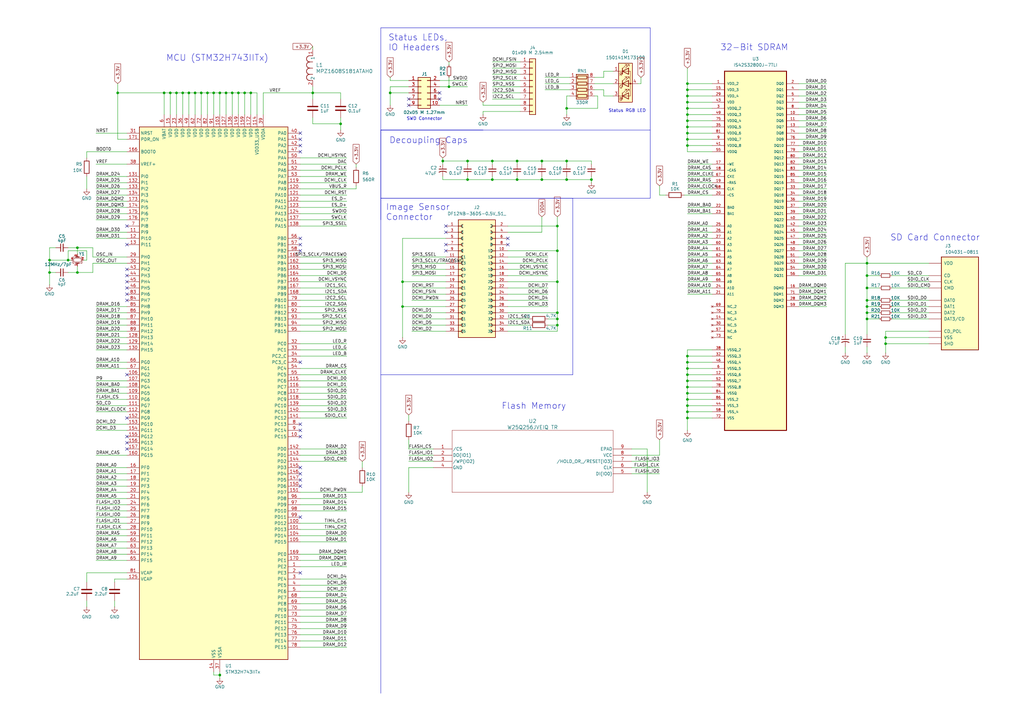
<source format=kicad_sch>
(kicad_sch (version 20231120) (generator "eeschema") (generator_version "8.0")
  (paper "A3")
  (lib_symbols
    (symbol "Argus_Connectors:DF12NB-36DS-0.5V_51_" (pin_names (offset 1.016))
      (property "Reference" "J" (at -8.12 25.4 0))
      (property "Value" "DF12NB-36DS-0.5V_51_" (at -7.62 -25.4 0))
      (symbol "DF12NB-36DS-0.5V_51__0_0"
        (pin passive line (at -12.7 22.86 0) (length 5.08) (name "1") (number "1"))
        (pin passive line (at 12.7 12.7 180) (length 5.08) (name "10") (number "10"))
        (pin passive line (at -12.7 10.16 0) (length 5.08) (name "11") (number "11"))
        (pin passive line (at 12.7 10.16 180) (length 5.08) (name "12") (number "12"))
        (pin passive line (at -12.7 7.62 0) (length 5.08) (name "13") (number "13"))
        (pin passive line (at 12.7 7.62 180) (length 5.08) (name "14") (number "14"))
        (pin passive line (at -12.7 5.08 0) (length 5.08) (name "15") (number "15"))
        (pin passive line (at 12.7 5.08 180) (length 5.08) (name "16") (number "16"))
        (pin passive line (at -12.7 2.54 0) (length 5.08) (name "17") (number "17"))
        (pin passive line (at 12.7 2.54 180) (length 5.08) (name "18") (number "18"))
        (pin passive line (at -12.7 0 0) (length 5.08) (name "19") (number "19"))
        (pin passive line (at 12.7 22.86 180) (length 5.08) (name "2") (number "2"))
        (pin passive line (at 12.7 0 180) (length 5.08) (name "20") (number "20"))
        (pin passive line (at -12.7 -2.54 0) (length 5.08) (name "21") (number "21"))
        (pin passive line (at 12.7 -2.54 180) (length 5.08) (name "22") (number "22"))
        (pin passive line (at -12.7 -5.08 0) (length 5.08) (name "23") (number "23"))
        (pin passive line (at 12.7 -5.08 180) (length 5.08) (name "24") (number "24"))
        (pin passive line (at -12.7 -7.62 0) (length 5.08) (name "25") (number "25"))
        (pin passive line (at 12.7 -7.62 180) (length 5.08) (name "26") (number "26"))
        (pin passive line (at -12.7 -10.16 0) (length 5.08) (name "27") (number "27"))
        (pin passive line (at 12.7 -10.16 180) (length 5.08) (name "28") (number "28"))
        (pin passive line (at -12.7 -12.7 0) (length 5.08) (name "29") (number "29"))
        (pin passive line (at -12.7 20.32 0) (length 5.08) (name "3") (number "3"))
        (pin passive line (at 12.7 -12.7 180) (length 5.08) (name "30") (number "30"))
        (pin passive line (at -12.7 -15.24 0) (length 5.08) (name "31") (number "31"))
        (pin passive line (at 12.7 -15.24 180) (length 5.08) (name "32") (number "32"))
        (pin passive line (at -12.7 -17.78 0) (length 5.08) (name "33") (number "33"))
        (pin passive line (at 12.7 -17.78 180) (length 5.08) (name "34") (number "34"))
        (pin passive line (at -12.7 -20.32 0) (length 5.08) (name "35") (number "35"))
        (pin passive line (at 12.7 -20.32 180) (length 5.08) (name "36") (number "36"))
        (pin passive line (at 12.7 20.32 180) (length 5.08) (name "4") (number "4"))
        (pin passive line (at -12.7 17.78 0) (length 5.08) (name "5") (number "5"))
        (pin passive line (at 12.7 17.78 180) (length 5.08) (name "6") (number "6"))
        (pin passive line (at -12.7 15.24 0) (length 5.08) (name "7") (number "7"))
        (pin passive line (at 12.7 15.24 180) (length 5.08) (name "8") (number "8"))
        (pin passive line (at -12.7 12.7 0) (length 5.08) (name "9") (number "9"))
      )
    )
    (symbol "Argus_Connectors:USD-1040310811" (pin_names (offset 1.016))
      (property "Reference" "X2" (at -7.62 20.828 0))
      (property "Value" "USD-1040310811" (at -10.414 -21.082 0))
      (symbol "USD-1040310811_1_0"
        (pin bidirectional line (at -12.7 -2.54 0) (length 5.08) (name "DAT2") (number "1"))
        (pin power_in line (at -12.7 12.7 0) (length 5.08) (name "CD") (number "10"))
        (pin power_in line (at -12.7 -15.24 0) (length 5.08) (name "SHD") (number "11"))
        (pin bidirectional line (at -12.7 -5.08 0) (length 5.08) (name "DAT3/CD") (number "2"))
        (pin bidirectional line (at -12.7 7.62 0) (length 5.08) (name "CMD") (number "3"))
        (pin power_in line (at -12.7 17.78 0) (length 5.08) (name "VDD") (number "4"))
        (pin bidirectional line (at -12.7 10.16 0) (length 5.08) (name "CLK") (number "5"))
        (pin power_in line (at -12.7 -12.7 0) (length 5.08) (name "VSS") (number "6"))
        (pin bidirectional line (at -12.7 2.54 0) (length 5.08) (name "DAT0") (number "7"))
        (pin bidirectional line (at -12.7 0 0) (length 5.08) (name "DAT1") (number "8"))
        (pin power_in line (at -12.7 -10.16 0) (length 5.08) (name "CD_POL") (number "9"))
      )
    )
    (symbol "Argus_ICs:IS42S32800J-7TLI" (pin_names (offset 1.016))
      (property "Reference" "U" (at -5.3661 75.2518 0))
      (property "Value" "IS42S32800J-7TLI" (at -2.9741 -81.6983 0))
      (symbol "IS42S32800J-7TLI_0_0"
        (pin power_in line (at -17.78 66.04 0) (length 5.08) (name "VDD_2") (number "1"))
        (pin bidirectional line (at 17.78 53.34 180) (length 5.08) (name "DQ5") (number "10"))
        (pin bidirectional line (at 17.78 50.8 180) (length 5.08) (name "DQ6") (number "11"))
        (pin power_in line (at -17.78 -53.34 0) (length 5.08) (name "VSSQ_6") (number "12"))
        (pin bidirectional line (at 17.78 48.26 180) (length 5.08) (name "DQ7") (number "13"))
        (pin no_connect line (at -17.78 -30.48 0) (length 5.08) (name "NC_4") (number "14"))
        (pin power_in line (at -17.78 63.5 0) (length 5.08) (name "VDD_3") (number "15"))
        (pin bidirectional line (at 17.78 -17.78 180) (length 5.08) (name "DQM0") (number "16"))
        (pin input line (at -17.78 33.02 0) (length 5.08) (name "~WE") (number "17"))
        (pin input line (at -17.78 30.48 0) (length 5.08) (name "~CAS") (number "18"))
        (pin input line (at -17.78 25.4 0) (length 5.08) (name "~RAS") (number "19"))
        (pin bidirectional line (at 17.78 66.04 180) (length 5.08) (name "DQ0") (number "2"))
        (pin input line (at -17.78 20.32 0) (length 5.08) (name "~CS") (number "20"))
        (pin input line (at -17.78 -20.32 0) (length 5.08) (name "A11") (number "21"))
        (pin input line (at -17.78 15.24 0) (length 5.08) (name "BA0") (number "22"))
        (pin input line (at -17.78 12.7 0) (length 5.08) (name "BA1") (number "23"))
        (pin input line (at -17.78 -17.78 0) (length 5.08) (name "A10") (number "24"))
        (pin input line (at -17.78 7.62 0) (length 5.08) (name "A0") (number "25"))
        (pin input line (at -17.78 5.08 0) (length 5.08) (name "A1") (number "26"))
        (pin input line (at -17.78 2.54 0) (length 5.08) (name "A2") (number "27"))
        (pin bidirectional line (at 17.78 -22.86 180) (length 5.08) (name "DQM2") (number "28"))
        (pin power_in line (at -17.78 60.96 0) (length 5.08) (name "VDD_4") (number "29"))
        (pin power_in line (at -17.78 55.88 0) (length 5.08) (name "VDDQ_2") (number "3"))
        (pin no_connect line (at -17.78 -33.02 0) (length 5.08) (name "NC_5") (number "30"))
        (pin bidirectional line (at 17.78 25.4 180) (length 5.08) (name "DQ16") (number "31"))
        (pin power_in line (at -17.78 -45.72 0) (length 5.08) (name "VSSQ_3") (number "32"))
        (pin bidirectional line (at 17.78 22.86 180) (length 5.08) (name "DQ17") (number "33"))
        (pin bidirectional line (at 17.78 20.32 180) (length 5.08) (name "DQ18") (number "34"))
        (pin power_in line (at -17.78 48.26 0) (length 5.08) (name "VDDQ_5") (number "35"))
        (pin bidirectional line (at 17.78 17.78 180) (length 5.08) (name "DQ19") (number "36"))
        (pin bidirectional line (at 17.78 15.24 180) (length 5.08) (name "DQ20") (number "37"))
        (pin power_in line (at -17.78 -43.18 0) (length 5.08) (name "VSSQ_2") (number "38"))
        (pin bidirectional line (at 17.78 12.7 180) (length 5.08) (name "DQ21") (number "39"))
        (pin bidirectional line (at 17.78 63.5 180) (length 5.08) (name "DQ1") (number "4"))
        (pin bidirectional line (at 17.78 10.16 180) (length 5.08) (name "DQ22") (number "40"))
        (pin power_in line (at -17.78 40.64 0) (length 5.08) (name "VDDQ_8") (number "41"))
        (pin bidirectional line (at 17.78 7.62 180) (length 5.08) (name "DQ23") (number "42"))
        (pin power_in line (at -17.78 58.42 0) (length 5.08) (name "VDD") (number "43"))
        (pin power_in line (at -17.78 -66.04 0) (length 5.08) (name "VSS_3") (number "44"))
        (pin bidirectional line (at 17.78 5.08 180) (length 5.08) (name "DQ24") (number "45"))
        (pin power_in line (at -17.78 -48.26 0) (length 5.08) (name "VSSQ_4") (number "46"))
        (pin bidirectional line (at 17.78 2.54 180) (length 5.08) (name "DQ25") (number "47"))
        (pin bidirectional line (at 17.78 0 180) (length 5.08) (name "DQ26") (number "48"))
        (pin power_in line (at -17.78 53.34 0) (length 5.08) (name "VDDQ_3") (number "49"))
        (pin bidirectional line (at 17.78 60.96 180) (length 5.08) (name "DQ2") (number "5"))
        (pin bidirectional line (at 17.78 -2.54 180) (length 5.08) (name "DQ27") (number "50"))
        (pin bidirectional line (at 17.78 -5.08 180) (length 5.08) (name "DQ28") (number "51"))
        (pin power_in line (at -17.78 -55.88 0) (length 5.08) (name "VSSQ_7") (number "52"))
        (pin bidirectional line (at 17.78 -7.62 180) (length 5.08) (name "DQ29") (number "53"))
        (pin bidirectional line (at 17.78 -10.16 180) (length 5.08) (name "DQ30") (number "54"))
        (pin power_in line (at -17.78 38.1 0) (length 5.08) (name "VDDQ") (number "55"))
        (pin bidirectional line (at 17.78 -12.7 180) (length 5.08) (name "DQ31") (number "56"))
        (pin no_connect line (at -17.78 -35.56 0) (length 5.08) (name "NC_6") (number "57"))
        (pin power_in line (at -17.78 -68.58 0) (length 5.08) (name "VSS_4") (number "58"))
        (pin bidirectional line (at 17.78 -25.4 180) (length 5.08) (name "DQM3") (number "59"))
        (pin power_in line (at -17.78 -50.8 0) (length 5.08) (name "VSSQ_5") (number "6"))
        (pin input line (at -17.78 0 0) (length 5.08) (name "A3") (number "60"))
        (pin input line (at -17.78 -2.54 0) (length 5.08) (name "A4") (number "61"))
        (pin input line (at -17.78 -5.08 0) (length 5.08) (name "A5") (number "62"))
        (pin input line (at -17.78 -7.62 0) (length 5.08) (name "A6") (number "63"))
        (pin input line (at -17.78 -10.16 0) (length 5.08) (name "A7") (number "64"))
        (pin input line (at -17.78 -12.7 0) (length 5.08) (name "A8") (number "65"))
        (pin input line (at -17.78 -15.24 0) (length 5.08) (name "A9") (number "66"))
        (pin input line (at -17.78 27.94 0) (length 5.08) (name "CKE") (number "67"))
        (pin input line (at -17.78 22.86 0) (length 5.08) (name "CLK") (number "68"))
        (pin no_connect line (at -17.78 -25.4 0) (length 5.08) (name "NC_2") (number "69"))
        (pin bidirectional line (at 17.78 58.42 180) (length 5.08) (name "DQ3") (number "7"))
        (pin no_connect line (at -17.78 -27.94 0) (length 5.08) (name "NC_3") (number "70"))
        (pin bidirectional line (at 17.78 -20.32 180) (length 5.08) (name "DQM1") (number "71"))
        (pin power_in line (at -17.78 -71.12 0) (length 5.08) (name "VSS") (number "72"))
        (pin no_connect line (at -17.78 -38.1 0) (length 5.08) (name "NC") (number "73"))
        (pin bidirectional line (at 17.78 45.72 180) (length 5.08) (name "DQ8") (number "74"))
        (pin power_in line (at -17.78 50.8 0) (length 5.08) (name "VDDQ_4") (number "75"))
        (pin bidirectional line (at 17.78 43.18 180) (length 5.08) (name "DQ9") (number "76"))
        (pin bidirectional line (at 17.78 40.64 180) (length 5.08) (name "DQ10") (number "77"))
        (pin power_in line (at -17.78 -58.42 0) (length 5.08) (name "VSSQ_8") (number "78"))
        (pin bidirectional line (at 17.78 38.1 180) (length 5.08) (name "DQ11") (number "79"))
        (pin bidirectional line (at 17.78 55.88 180) (length 5.08) (name "DQ4") (number "8"))
        (pin bidirectional line (at 17.78 35.56 180) (length 5.08) (name "DQ12") (number "80"))
        (pin power_in line (at -17.78 45.72 0) (length 5.08) (name "VDDQ_6") (number "81"))
        (pin bidirectional line (at 17.78 33.02 180) (length 5.08) (name "DQ13") (number "82"))
        (pin bidirectional line (at 17.78 30.48 180) (length 5.08) (name "DQ14") (number "83"))
        (pin power_in line (at -17.78 -60.96 0) (length 5.08) (name "VSSQ") (number "84"))
        (pin bidirectional line (at 17.78 27.94 180) (length 5.08) (name "DQ15") (number "85"))
        (pin power_in line (at -17.78 -63.5 0) (length 5.08) (name "VSS_2") (number "86"))
        (pin power_in line (at -17.78 43.18 0) (length 5.08) (name "VDDQ_7") (number "9"))
      )
    )
    (symbol "Argus_ICs:W25Q256JVEIQ_TR" (pin_names (offset 0.254))
      (property "Reference" "U" (at 40.64 12.7 0))
      (property "Value" "W25Q256JVEIQ TR" (at 40.64 10.16 0))
      (symbol "W25Q256JVEIQ_TR_0_1"
        (pin input line (at 0 0 0) (length 7.62) (name "/CS") (number "1"))
        (pin bidirectional line (at 0 -2.54 0) (length 7.62) (name "DO(IO1)") (number "2"))
        (pin bidirectional line (at 0 -5.08 0) (length 7.62) (name "/WP(IO2)") (number "3"))
        (pin power_out line (at 0 -7.62 0) (length 7.62) (name "GND") (number "4"))
        (pin bidirectional line (at 81.28 -10.16 180) (length 7.62) (name "DI(IO0)") (number "5"))
        (pin input line (at 81.28 -7.62 180) (length 7.62) (name "CLK") (number "6"))
        (pin bidirectional line (at 81.28 -5.08 180) (length 7.62) (name "/HOLD_OR_/RESET(IO3)") (number "7"))
        (pin power_in line (at 81.28 -2.54 180) (length 7.62) (name "VCC") (number "8"))
        (pin power_out line (at 81.28 0 180) (length 7.62) (name "EPAD") (number "9"))
      )
    )
    (symbol "Argus_Misc:MPZ1608S181ATAH0" (pin_names (offset 0.254))
      (property "Reference" "L" (at 6.985 5.08 0))
      (property "Value" "MPZ1608S181ATAH0" (at 6.985 -2.54 0))
      (symbol "MPZ1608S181ATAH0_1_1"
        (pin unspecified line (at 15.24 0 180) (length 2.54) (name "1") (number "1"))
        (pin unspecified line (at 0 0 0) (length 2.54) (name "2") (number "2"))
      )
      (symbol "MPZ1608S181ATAH0_1_2"
        (pin unspecified line (at 0 15.24 270) (length 2.54) (name "1") (number "1"))
        (pin unspecified line (at 0 0 90) (length 2.54) (name "2") (number "2"))
      )
    )
    (symbol "Connector_Generic:Conn_01x09" (pin_names (offset 1.016) hide)
      (property "Reference" "J" (at 0 12.7 0))
      (property "Value" "Conn_01x09" (at 0 -12.7 0))
      (symbol "Conn_01x09_1_1"
        (pin passive line (at -5.08 10.16 0) (length 3.81) (name "Pin_1") (number "1"))
        (pin passive line (at -5.08 7.62 0) (length 3.81) (name "Pin_2") (number "2"))
        (pin passive line (at -5.08 5.08 0) (length 3.81) (name "Pin_3") (number "3"))
        (pin passive line (at -5.08 2.54 0) (length 3.81) (name "Pin_4") (number "4"))
        (pin passive line (at -5.08 0 0) (length 3.81) (name "Pin_5") (number "5"))
        (pin passive line (at -5.08 -2.54 0) (length 3.81) (name "Pin_6") (number "6"))
        (pin passive line (at -5.08 -5.08 0) (length 3.81) (name "Pin_7") (number "7"))
        (pin passive line (at -5.08 -7.62 0) (length 3.81) (name "Pin_8") (number "8"))
        (pin passive line (at -5.08 -10.16 0) (length 3.81) (name "Pin_9") (number "9"))
      )
    )
    (symbol "Connector_Generic:Conn_02x05_Odd_Even" (pin_names (offset 1.016) hide)
      (property "Reference" "J" (at 1.27 7.62 0))
      (property "Value" "Conn_02x05_Odd_Even" (at 1.27 -7.62 0))
      (symbol "Conn_02x05_Odd_Even_1_1"
        (pin passive line (at -5.08 5.08 0) (length 3.81) (name "Pin_1") (number "1"))
        (pin passive line (at 7.62 -5.08 180) (length 3.81) (name "Pin_10") (number "10"))
        (pin passive line (at 7.62 5.08 180) (length 3.81) (name "Pin_2") (number "2"))
        (pin passive line (at -5.08 2.54 0) (length 3.81) (name "Pin_3") (number "3"))
        (pin passive line (at 7.62 2.54 180) (length 3.81) (name "Pin_4") (number "4"))
        (pin passive line (at -5.08 0 0) (length 3.81) (name "Pin_5") (number "5"))
        (pin passive line (at 7.62 0 180) (length 3.81) (name "Pin_6") (number "6"))
        (pin passive line (at -5.08 -2.54 0) (length 3.81) (name "Pin_7") (number "7"))
        (pin passive line (at 7.62 -2.54 180) (length 3.81) (name "Pin_8") (number "8"))
        (pin passive line (at -5.08 -5.08 0) (length 3.81) (name "Pin_9") (number "9"))
      )
    )
    (symbol "Device:C" (pin_numbers hide) (pin_names (offset 0.254))
      (property "Reference" "C" (at 0.635 2.54 0))
      (property "Value" "C" (at 0.635 -2.54 0))
      (symbol "C_1_1"
        (pin passive line (at 0 3.81 270) (length 2.794) (name "~") (number "1"))
        (pin passive line (at 0 -3.81 90) (length 2.794) (name "~") (number "2"))
      )
    )
    (symbol "Device:C_Polarized_Small_US" (pin_numbers hide) (pin_names (offset 0.254) hide)
      (property "Reference" "C" (at 0.254 1.778 0))
      (property "Value" "C_Polarized_Small_US" (at 0.254 -2.032 0))
      (symbol "C_Polarized_Small_US_1_1"
        (pin passive line (at 0 2.54 270) (length 2.032) (name "~") (number "1"))
        (pin passive line (at 0 -2.54 90) (length 2.032) (name "~") (number "2"))
      )
    )
    (symbol "Device:C_Small" (pin_numbers hide) (pin_names (offset 0.254) hide)
      (property "Reference" "C" (at 0.254 1.778 0))
      (property "Value" "C_Small" (at 0.254 -2.032 0))
      (symbol "C_Small_1_1"
        (pin passive line (at 0 2.54 270) (length 2.032) (name "~") (number "1"))
        (pin passive line (at 0 -2.54 90) (length 2.032) (name "~") (number "2"))
      )
    )
    (symbol "Device:Crystal_GND24_Small" (pin_names (offset 1.016) hide)
      (property "Reference" "Y" (at 1.27 4.445 0))
      (property "Value" "Crystal_GND24_Small" (at 1.27 2.54 0))
      (symbol "Crystal_GND24_Small_1_1"
        (pin passive line (at -2.54 0 0) (length 1.27) (name "1") (number "1"))
        (pin passive line (at 0 -2.54 90) (length 0.635) (name "2") (number "2"))
        (pin passive line (at 2.54 0 180) (length 1.27) (name "3") (number "3"))
        (pin passive line (at 0 2.54 270) (length 0.635) (name "4") (number "4"))
      )
    )
    (symbol "Device:LED_RGBA" (pin_names (offset 0) hide)
      (property "Reference" "D" (at 0 9.398 0))
      (property "Value" "LED_RGBA" (at 0 -8.89 0))
      (symbol "LED_RGBA_0_0"
        (text "B" (at -1.905 -6.35 0) (effects (font (size 1.27 1.27))))
        (text "G" (at -1.905 -1.27 0) (effects (font (size 1.27 1.27))))
        (text "R" (at -1.905 3.81 0) (effects (font (size 1.27 1.27))))
      )
      (symbol "LED_RGBA_1_1"
        (pin passive line (at -5.08 5.08 0) (length 2.54) (name "RK") (number "1"))
        (pin passive line (at -5.08 0 0) (length 2.54) (name "GK") (number "2"))
        (pin passive line (at -5.08 -5.08 0) (length 2.54) (name "BK") (number "3"))
        (pin passive line (at 5.08 0 180) (length 2.54) (name "A") (number "4"))
      )
    )
    (symbol "Device:R" (pin_numbers hide) (pin_names (offset 0))
      (property "Reference" "R" (at 2.032 0 90))
      (property "Value" "R" (at 0 0 90))
      (symbol "R_1_1"
        (pin passive line (at 0 3.81 270) (length 1.27) (name "~") (number "1"))
        (pin passive line (at 0 -3.81 90) (length 1.27) (name "~") (number "2"))
      )
    )
    (symbol "Device:R_Pack04" (pin_names (offset 0) hide)
      (property "Reference" "RN" (at -7.62 0 90))
      (property "Value" "R_Pack04" (at 5.08 0 90))
      (symbol "R_Pack04_1_1"
        (pin passive line (at -5.08 -5.08 90) (length 2.54) (name "R1.1") (number "1"))
        (pin passive line (at -2.54 -5.08 90) (length 2.54) (name "R2.1") (number "2"))
        (pin passive line (at 0 -5.08 90) (length 2.54) (name "R3.1") (number "3"))
        (pin passive line (at 2.54 -5.08 90) (length 2.54) (name "R4.1") (number "4"))
        (pin passive line (at 2.54 5.08 270) (length 2.54) (name "R4.2") (number "5"))
        (pin passive line (at 0 5.08 270) (length 2.54) (name "R3.2") (number "6"))
        (pin passive line (at -2.54 5.08 270) (length 2.54) (name "R2.2") (number "7"))
        (pin passive line (at -5.08 5.08 270) (length 2.54) (name "R1.2") (number "8"))
      )
    )
    (symbol "Device:R_Small" (pin_numbers hide) (pin_names (offset 0.254) hide)
      (property "Reference" "R" (at 0.762 0.508 0))
      (property "Value" "R_Small" (at 0.762 -1.016 0))
      (symbol "R_Small_1_1"
        (pin passive line (at 0 2.54 270) (length 0.762) (name "~") (number "1"))
        (pin passive line (at 0 -2.54 90) (length 0.762) (name "~") (number "2"))
      )
    )
    (symbol "MCU_ST_STM32H7:STM32H743IITx"
      (property "Reference" "U" (at -30.48 110.49 0))
      (property "Value" "STM32H743IITx" (at 22.86 110.49 0))
      (symbol "STM32H743IITx_1_1"
        (pin bidirectional line (at 35.56 -71.12 180) (length 5.08) (name "PE2") (number "1"))
        (pin bidirectional line (at 35.56 -17.78 180) (length 5.08) (name "PC15") (number "10"))
        (pin bidirectional line (at 35.56 -53.34 180) (length 5.08) (name "PD12") (number "100"))
        (pin bidirectional line (at 35.56 -55.88 180) (length 5.08) (name "PD13") (number "101"))
        (pin passive line (at 0 -114.3 90) (length 5.08) hide (name "VSS") (number "102"))
        (pin power_in line (at 2.54 114.3 270) (length 5.08) (name "VDD") (number "103"))
        (pin bidirectional line (at 35.56 -58.42 180) (length 5.08) (name "PD14") (number "104"))
        (pin bidirectional line (at 35.56 -60.96 180) (length 5.08) (name "PD15") (number "105"))
        (pin bidirectional line (at -35.56 7.62 0) (length 5.08) (name "PG2") (number "106"))
        (pin bidirectional line (at -35.56 5.08 0) (length 5.08) (name "PG3") (number "107"))
        (pin bidirectional line (at -35.56 2.54 0) (length 5.08) (name "PG4") (number "108"))
        (pin bidirectional line (at -35.56 0 0) (length 5.08) (name "PG5") (number "109"))
        (pin bidirectional line (at -35.56 66.04 0) (length 5.08) (name "PI9") (number "11"))
        (pin bidirectional line (at -35.56 -2.54 0) (length 5.08) (name "PG6") (number "110"))
        (pin bidirectional line (at -35.56 -5.08 0) (length 5.08) (name "PG7") (number "111"))
        (pin bidirectional line (at -35.56 -7.62 0) (length 5.08) (name "PG8") (number "112"))
        (pin passive line (at 0 -114.3 90) (length 5.08) hide (name "VSS") (number "113"))
        (pin power_in line (at 17.78 114.3 270) (length 5.08) (name "VDD33_USB") (number "114"))
        (pin bidirectional line (at 35.56 5.08 180) (length 5.08) (name "PC6") (number "115"))
        (pin bidirectional line (at 35.56 2.54 180) (length 5.08) (name "PC7") (number "116"))
        (pin bidirectional line (at 35.56 0 180) (length 5.08) (name "PC8") (number "117"))
        (pin bidirectional line (at 35.56 -2.54 180) (length 5.08) (name "PC9") (number "118"))
        (pin bidirectional line (at 35.56 86.36 180) (length 5.08) (name "PA8") (number "119"))
        (pin bidirectional line (at -35.56 63.5 0) (length 5.08) (name "PI10") (number "12"))
        (pin bidirectional line (at 35.56 83.82 180) (length 5.08) (name "PA9") (number "120"))
        (pin bidirectional line (at 35.56 81.28 180) (length 5.08) (name "PA10") (number "121"))
        (pin bidirectional line (at 35.56 78.74 180) (length 5.08) (name "PA11") (number "122"))
        (pin bidirectional line (at 35.56 76.2 180) (length 5.08) (name "PA12") (number "123"))
        (pin bidirectional line (at 35.56 73.66 180) (length 5.08) (name "PA13") (number "124"))
        (pin power_out line (at -35.56 -76.2 0) (length 5.08) (name "VCAP") (number "125"))
        (pin passive line (at 0 -114.3 90) (length 5.08) hide (name "VSS") (number "126"))
        (pin power_in line (at 5.08 114.3 270) (length 5.08) (name "VDD") (number "127"))
        (pin bidirectional line (at -35.56 22.86 0) (length 5.08) (name "PH13") (number "128"))
        (pin bidirectional line (at -35.56 20.32 0) (length 5.08) (name "PH14") (number "129"))
        (pin bidirectional line (at -35.56 60.96 0) (length 5.08) (name "PI11") (number "13"))
        (pin bidirectional line (at -35.56 17.78 0) (length 5.08) (name "PH15") (number "130"))
        (pin bidirectional line (at -35.56 88.9 0) (length 5.08) (name "PI0") (number "131"))
        (pin bidirectional line (at -35.56 86.36 0) (length 5.08) (name "PI1") (number "132"))
        (pin bidirectional line (at -35.56 83.82 0) (length 5.08) (name "PI2") (number "133"))
        (pin bidirectional line (at -35.56 81.28 0) (length 5.08) (name "PI3") (number "134"))
        (pin passive line (at 0 -114.3 90) (length 5.08) hide (name "VSS") (number "135"))
        (pin power_in line (at 7.62 114.3 270) (length 5.08) (name "VDD") (number "136"))
        (pin bidirectional line (at 35.56 71.12 180) (length 5.08) (name "PA14") (number "137"))
        (pin bidirectional line (at 35.56 68.58 180) (length 5.08) (name "PA15") (number "138"))
        (pin bidirectional line (at 35.56 -5.08 180) (length 5.08) (name "PC10") (number "139"))
        (pin power_in line (at 0 -114.3 90) (length 5.08) (name "VSS") (number "14"))
        (pin bidirectional line (at 35.56 -7.62 180) (length 5.08) (name "PC11") (number "140"))
        (pin bidirectional line (at 35.56 -10.16 180) (length 5.08) (name "PC12") (number "141"))
        (pin bidirectional line (at 35.56 -22.86 180) (length 5.08) (name "PD0") (number "142"))
        (pin bidirectional line (at 35.56 -25.4 180) (length 5.08) (name "PD1") (number "143"))
        (pin bidirectional line (at 35.56 -27.94 180) (length 5.08) (name "PD2") (number "144"))
        (pin bidirectional line (at 35.56 -30.48 180) (length 5.08) (name "PD3") (number "145"))
        (pin bidirectional line (at 35.56 -33.02 180) (length 5.08) (name "PD4") (number "146"))
        (pin bidirectional line (at 35.56 -35.56 180) (length 5.08) (name "PD5") (number "147"))
        (pin passive line (at 0 -114.3 90) (length 5.08) hide (name "VSS") (number "148"))
        (pin power_in line (at 10.16 114.3 270) (length 5.08) (name "VDD") (number "149"))
        (pin power_in line (at -17.78 114.3 270) (length 5.08) (name "VDD") (number "15"))
        (pin bidirectional line (at 35.56 -38.1 180) (length 5.08) (name "PD6") (number "150"))
        (pin bidirectional line (at 35.56 -40.64 180) (length 5.08) (name "PD7") (number "151"))
        (pin bidirectional line (at -35.56 -10.16 0) (length 5.08) (name "PG9") (number "152"))
        (pin bidirectional line (at -35.56 -12.7 0) (length 5.08) (name "PG10") (number "153"))
        (pin bidirectional line (at -35.56 -15.24 0) (length 5.08) (name "PG11") (number "154"))
        (pin bidirectional line (at -35.56 -17.78 0) (length 5.08) (name "PG12") (number "155"))
        (pin bidirectional line (at -35.56 -20.32 0) (length 5.08) (name "PG13") (number "156"))
        (pin bidirectional line (at -35.56 -22.86 0) (length 5.08) (name "PG14") (number "157"))
        (pin passive line (at 0 -114.3 90) (length 5.08) hide (name "VSS") (number "158"))
        (pin power_in line (at 12.7 114.3 270) (length 5.08) (name "VDD") (number "159"))
        (pin bidirectional line (at -35.56 -30.48 0) (length 5.08) (name "PF0") (number "16"))
        (pin bidirectional line (at -35.56 -25.4 0) (length 5.08) (name "PG15") (number "160"))
        (pin bidirectional line (at 35.56 55.88 180) (length 5.08) (name "PB3") (number "161"))
        (pin bidirectional line (at 35.56 53.34 180) (length 5.08) (name "PB4") (number "162"))
        (pin bidirectional line (at 35.56 50.8 180) (length 5.08) (name "PB5") (number "163"))
        (pin bidirectional line (at 35.56 48.26 180) (length 5.08) (name "PB6") (number "164"))
        (pin bidirectional line (at 35.56 45.72 180) (length 5.08) (name "PB7") (number "165"))
        (pin input line (at -35.56 99.06 0) (length 5.08) (name "BOOT0") (number "166"))
        (pin bidirectional line (at 35.56 43.18 180) (length 5.08) (name "PB8") (number "167"))
        (pin bidirectional line (at 35.56 40.64 180) (length 5.08) (name "PB9") (number "168"))
        (pin bidirectional line (at 35.56 -66.04 180) (length 5.08) (name "PE0") (number "169"))
        (pin bidirectional line (at -35.56 -33.02 0) (length 5.08) (name "PF1") (number "17"))
        (pin bidirectional line (at 35.56 -68.58 180) (length 5.08) (name "PE1") (number "170"))
        (pin input line (at -35.56 104.14 0) (length 5.08) (name "PDR_ON") (number "171"))
        (pin power_in line (at 15.24 114.3 270) (length 5.08) (name "VDD") (number "172"))
        (pin bidirectional line (at -35.56 78.74 0) (length 5.08) (name "PI4") (number "173"))
        (pin bidirectional line (at -35.56 76.2 0) (length 5.08) (name "PI5") (number "174"))
        (pin bidirectional line (at -35.56 73.66 0) (length 5.08) (name "PI6") (number "175"))
        (pin bidirectional line (at -35.56 71.12 0) (length 5.08) (name "PI7") (number "176"))
        (pin bidirectional line (at -35.56 -35.56 0) (length 5.08) (name "PF2") (number "18"))
        (pin bidirectional line (at -35.56 -38.1 0) (length 5.08) (name "PF3") (number "19"))
        (pin bidirectional line (at 35.56 -73.66 180) (length 5.08) (name "PE3") (number "2"))
        (pin bidirectional line (at -35.56 -40.64 0) (length 5.08) (name "PF4") (number "20"))
        (pin bidirectional line (at -35.56 -43.18 0) (length 5.08) (name "PF5") (number "21"))
        (pin passive line (at 0 -114.3 90) (length 5.08) hide (name "VSS") (number "22"))
        (pin power_in line (at -15.24 114.3 270) (length 5.08) (name "VDD") (number "23"))
        (pin bidirectional line (at -35.56 -45.72 0) (length 5.08) (name "PF6") (number "24"))
        (pin bidirectional line (at -35.56 -48.26 0) (length 5.08) (name "PF7") (number "25"))
        (pin bidirectional line (at -35.56 -50.8 0) (length 5.08) (name "PF8") (number "26"))
        (pin bidirectional line (at -35.56 -53.34 0) (length 5.08) (name "PF9") (number "27"))
        (pin bidirectional line (at -35.56 -55.88 0) (length 5.08) (name "PF10") (number "28"))
        (pin bidirectional line (at -35.56 55.88 0) (length 5.08) (name "PH0") (number "29"))
        (pin bidirectional line (at 35.56 -76.2 180) (length 5.08) (name "PE4") (number "3"))
        (pin bidirectional line (at -35.56 53.34 0) (length 5.08) (name "PH1") (number "30"))
        (pin input line (at -35.56 106.68 0) (length 5.08) (name "NRST") (number "31"))
        (pin bidirectional line (at 35.56 20.32 180) (length 5.08) (name "PC0") (number "32"))
        (pin bidirectional line (at 35.56 17.78 180) (length 5.08) (name "PC1") (number "33"))
        (pin bidirectional line (at 35.56 15.24 180) (length 5.08) (name "PC2_C") (number "34"))
        (pin bidirectional line (at 35.56 12.7 180) (length 5.08) (name "PC3_C") (number "35"))
        (pin power_in line (at -12.7 114.3 270) (length 5.08) (name "VDD") (number "36"))
        (pin power_in line (at 2.54 -114.3 90) (length 5.08) (name "VSSA") (number "37"))
        (pin input line (at -35.56 93.98 0) (length 5.08) (name "VREF+") (number "38"))
        (pin power_in line (at 20.32 114.3 270) (length 5.08) (name "VDDA") (number "39"))
        (pin bidirectional line (at 35.56 -78.74 180) (length 5.08) (name "PE5") (number "4"))
        (pin bidirectional line (at 35.56 106.68 180) (length 5.08) (name "PA0") (number "40"))
        (pin bidirectional line (at 35.56 104.14 180) (length 5.08) (name "PA1") (number "41"))
        (pin bidirectional line (at 35.56 101.6 180) (length 5.08) (name "PA2") (number "42"))
        (pin bidirectional line (at -35.56 50.8 0) (length 5.08) (name "PH2") (number "43"))
        (pin bidirectional line (at -35.56 48.26 0) (length 5.08) (name "PH3") (number "44"))
        (pin bidirectional line (at -35.56 45.72 0) (length 5.08) (name "PH4") (number "45"))
        (pin bidirectional line (at -35.56 43.18 0) (length 5.08) (name "PH5") (number "46"))
        (pin bidirectional line (at 35.56 99.06 180) (length 5.08) (name "PA3") (number "47"))
        (pin passive line (at 0 -114.3 90) (length 5.08) hide (name "VSS") (number "48"))
        (pin power_in line (at -10.16 114.3 270) (length 5.08) (name "VDD") (number "49"))
        (pin bidirectional line (at 35.56 -81.28 180) (length 5.08) (name "PE6") (number "5"))
        (pin bidirectional line (at 35.56 96.52 180) (length 5.08) (name "PA4") (number "50"))
        (pin bidirectional line (at 35.56 93.98 180) (length 5.08) (name "PA5") (number "51"))
        (pin bidirectional line (at 35.56 91.44 180) (length 5.08) (name "PA6") (number "52"))
        (pin bidirectional line (at 35.56 88.9 180) (length 5.08) (name "PA7") (number "53"))
        (pin bidirectional line (at 35.56 10.16 180) (length 5.08) (name "PC4") (number "54"))
        (pin bidirectional line (at 35.56 7.62 180) (length 5.08) (name "PC5") (number "55"))
        (pin bidirectional line (at 35.56 63.5 180) (length 5.08) (name "PB0") (number "56"))
        (pin bidirectional line (at 35.56 60.96 180) (length 5.08) (name "PB1") (number "57"))
        (pin bidirectional line (at 35.56 58.42 180) (length 5.08) (name "PB2") (number "58"))
        (pin bidirectional line (at -35.56 -58.42 0) (length 5.08) (name "PF11") (number "59"))
        (pin power_in line (at -20.32 114.3 270) (length 5.08) (name "VBAT") (number "6"))
        (pin bidirectional line (at -35.56 -60.96 0) (length 5.08) (name "PF12") (number "60"))
        (pin passive line (at 0 -114.3 90) (length 5.08) hide (name "VSS") (number "61"))
        (pin power_in line (at -7.62 114.3 270) (length 5.08) (name "VDD") (number "62"))
        (pin bidirectional line (at -35.56 -63.5 0) (length 5.08) (name "PF13") (number "63"))
        (pin bidirectional line (at -35.56 -66.04 0) (length 5.08) (name "PF14") (number "64"))
        (pin bidirectional line (at -35.56 -68.58 0) (length 5.08) (name "PF15") (number "65"))
        (pin bidirectional line (at -35.56 12.7 0) (length 5.08) (name "PG0") (number "66"))
        (pin bidirectional line (at -35.56 10.16 0) (length 5.08) (name "PG1") (number "67"))
        (pin bidirectional line (at 35.56 -83.82 180) (length 5.08) (name "PE7") (number "68"))
        (pin bidirectional line (at 35.56 -86.36 180) (length 5.08) (name "PE8") (number "69"))
        (pin bidirectional line (at -35.56 68.58 0) (length 5.08) (name "PI8") (number "7"))
        (pin bidirectional line (at 35.56 -88.9 180) (length 5.08) (name "PE9") (number "70"))
        (pin passive line (at 0 -114.3 90) (length 5.08) hide (name "VSS") (number "71"))
        (pin power_in line (at -5.08 114.3 270) (length 5.08) (name "VDD") (number "72"))
        (pin bidirectional line (at 35.56 -91.44 180) (length 5.08) (name "PE10") (number "73"))
        (pin bidirectional line (at 35.56 -93.98 180) (length 5.08) (name "PE11") (number "74"))
        (pin bidirectional line (at 35.56 -96.52 180) (length 5.08) (name "PE12") (number "75"))
        (pin bidirectional line (at 35.56 -99.06 180) (length 5.08) (name "PE13") (number "76"))
        (pin bidirectional line (at 35.56 -101.6 180) (length 5.08) (name "PE14") (number "77"))
        (pin bidirectional line (at 35.56 -104.14 180) (length 5.08) (name "PE15") (number "78"))
        (pin bidirectional line (at 35.56 38.1 180) (length 5.08) (name "PB10") (number "79"))
        (pin bidirectional line (at 35.56 -12.7 180) (length 5.08) (name "PC13") (number "8"))
        (pin bidirectional line (at 35.56 35.56 180) (length 5.08) (name "PB11") (number "80"))
        (pin power_out line (at -35.56 -73.66 0) (length 5.08) (name "VCAP") (number "81"))
        (pin power_in line (at -2.54 114.3 270) (length 5.08) (name "VDD") (number "82"))
        (pin bidirectional line (at -35.56 40.64 0) (length 5.08) (name "PH6") (number "83"))
        (pin bidirectional line (at -35.56 38.1 0) (length 5.08) (name "PH7") (number "84"))
        (pin bidirectional line (at -35.56 35.56 0) (length 5.08) (name "PH8") (number "85"))
        (pin bidirectional line (at -35.56 33.02 0) (length 5.08) (name "PH9") (number "86"))
        (pin bidirectional line (at -35.56 30.48 0) (length 5.08) (name "PH10") (number "87"))
        (pin bidirectional line (at -35.56 27.94 0) (length 5.08) (name "PH11") (number "88"))
        (pin bidirectional line (at -35.56 25.4 0) (length 5.08) (name "PH12") (number "89"))
        (pin bidirectional line (at 35.56 -15.24 180) (length 5.08) (name "PC14") (number "9"))
        (pin passive line (at 0 -114.3 90) (length 5.08) hide (name "VSS") (number "90"))
        (pin power_in line (at 0 114.3 270) (length 5.08) (name "VDD") (number "91"))
        (pin bidirectional line (at 35.56 33.02 180) (length 5.08) (name "PB12") (number "92"))
        (pin bidirectional line (at 35.56 30.48 180) (length 5.08) (name "PB13") (number "93"))
        (pin bidirectional line (at 35.56 27.94 180) (length 5.08) (name "PB14") (number "94"))
        (pin bidirectional line (at 35.56 25.4 180) (length 5.08) (name "PB15") (number "95"))
        (pin bidirectional line (at 35.56 -43.18 180) (length 5.08) (name "PD8") (number "96"))
        (pin bidirectional line (at 35.56 -45.72 180) (length 5.08) (name "PD9") (number "97"))
        (pin bidirectional line (at 35.56 -48.26 180) (length 5.08) (name "PD10") (number "98"))
        (pin bidirectional line (at 35.56 -50.8 180) (length 5.08) (name "PD11") (number "99"))
      )
    )
    (symbol "power:GND" (power) (pin_numbers hide) (pin_names (offset 0) hide)
      (property "Value" "GND" (at 0 -3.81 0))
      (symbol "GND_1_1"
        (pin power_in line (at 0 0 270) (length 0) (name "~") (number "1"))
      )
    )
  )
  (junction (at 281.94 168.91))
  (junction (at 355.6 128.27))
  (junction (at 363.22 140.97))
  (junction (at 85.09 38.1))
  (junction (at 281.94 49.53))
  (junction (at 31.75 101.6))
  (junction (at 242.57 73.66))
  (junction (at 281.94 161.29))
  (junction (at 139.7 50.8))
  (junction (at 355.6 107.95))
  (junction (at 281.94 39.37))
  (junction (at 355.6 130.81))
  (junction (at 281.94 158.75))
  (junction (at 181.61 66.04))
  (junction (at 160.02 38.1))
  (junction (at 232.41 44.45))
  (junction (at 95.25 38.1))
  (junction (at 92.71 38.1))
  (junction (at 355.6 125.73))
  (junction (at 281.94 151.13))
  (junction (at 67.31 38.1))
  (junction (at 222.25 66.04))
  (junction (at 20.32 106.68))
  (junction (at 281.94 148.59))
  (junction (at 90.17 38.1))
  (junction (at 228.6 130.81))
  (junction (at 201.93 66.04))
  (junction (at 212.09 73.66))
  (junction (at 363.22 138.43))
  (junction (at 228.6 102.87))
  (junction (at 222.25 73.66))
  (junction (at 165.1 115.57))
  (junction (at 281.94 146.05))
  (junction (at 102.87 38.1))
  (junction (at 212.09 66.04))
  (junction (at 20.32 111.76))
  (junction (at 281.94 52.07))
  (junction (at 281.94 46.99))
  (junction (at 87.63 38.1))
  (junction (at 281.94 163.83))
  (junction (at 82.55 38.1))
  (junction (at 201.93 73.66))
  (junction (at 281.94 34.29))
  (junction (at 281.94 57.15))
  (junction (at 355.6 113.03))
  (junction (at 69.85 38.1))
  (junction (at 72.39 38.1))
  (junction (at 27.94 106.68))
  (junction (at 128.27 38.1))
  (junction (at 281.94 156.21))
  (junction (at 232.41 66.04))
  (junction (at 281.94 171.45))
  (junction (at 355.6 123.19))
  (junction (at 281.94 59.69))
  (junction (at 191.77 66.04))
  (junction (at 355.6 118.11))
  (junction (at 281.94 44.45))
  (junction (at 281.94 153.67))
  (junction (at 74.93 38.1))
  (junction (at 100.33 38.1))
  (junction (at 281.94 166.37))
  (junction (at 228.6 92.71))
  (junction (at 165.1 125.73))
  (junction (at 77.47 38.1))
  (junction (at 281.94 41.91))
  (junction (at 184.15 35.56))
  (junction (at 191.77 73.66))
  (junction (at 48.26 38.1))
  (junction (at 90.17 276.86))
  (junction (at 281.94 36.83))
  (junction (at 228.6 115.57))
  (junction (at 31.75 111.76))
  (junction (at 228.6 133.35))
  (junction (at 97.79 38.1))
  (junction (at 232.41 73.66))
  (junction (at 80.01 38.1))
  (junction (at 228.6 128.27))
  (junction (at 281.94 54.61))
  (no_connect (at 123.19 148.59))
  (no_connect (at 123.19 59.69))
  (no_connect (at 52.07 153.67))
  (no_connect (at 167.64 43.18))
  (no_connect (at 52.07 118.11))
  (no_connect (at 123.19 212.09))
  (no_connect (at 123.19 176.53))
  (no_connect (at 123.19 199.39))
  (no_connect (at 123.19 179.07))
  (no_connect (at 123.19 57.15))
  (no_connect (at 123.19 191.77))
  (no_connect (at 52.07 179.07))
  (no_connect (at 52.07 184.15))
  (no_connect (at 52.07 123.19))
  (no_connect (at 123.19 97.79))
  (no_connect (at 52.07 110.49))
  (no_connect (at 208.28 100.33))
  (no_connect (at 180.34 38.1))
  (no_connect (at 167.64 40.64))
  (no_connect (at 208.28 97.79))
  (no_connect (at 52.07 92.71))
  (no_connect (at 182.88 100.33))
  (no_connect (at 182.88 92.71))
  (no_connect (at 123.19 62.23))
  (no_connect (at 123.19 54.61))
  (no_connect (at 52.07 120.65))
  (no_connect (at 123.19 194.31))
  (no_connect (at 123.19 196.85))
  (no_connect (at 52.07 181.61))
  (no_connect (at 182.88 95.25))
  (no_connect (at 123.19 173.99))
  (no_connect (at 123.19 234.95))
  (no_connect (at 123.19 100.33))
  (no_connect (at 52.07 100.33))
  (no_connect (at 52.07 113.03))
  (no_connect (at 180.34 40.64))
  (no_connect (at 182.88 102.87))
  (no_connect (at 52.07 115.57))
  (no_connect (at 52.07 171.45))
  (no_connect (at 123.19 102.87))
  (wire (pts (xy 165.1 138.43) (xy 165.1 125.73)))
  (wire (pts (xy 327.66 62.23) (xy 339.09 62.23)))
  (wire (pts (xy 346.71 107.95) (xy 346.71 137.16)))
  (wire (pts (xy 245.11 39.37) (xy 243.84 39.37)))
  (wire (pts (xy 48.26 57.15) (xy 48.26 38.1)))
  (wire (pts (xy 327.66 95.25) (xy 339.09 95.25)))
  (wire (pts (xy 232.41 39.37) (xy 232.41 44.45)))
  (wire (pts (xy 281.94 49.53) (xy 292.1 49.53)))
  (wire (pts (xy 39.37 54.61) (xy 52.07 54.61)))
  (wire (pts (xy 355.6 123.19) (xy 355.6 125.73)))
  (wire (pts (xy 39.37 90.17) (xy 52.07 90.17)))
  (wire (pts (xy 39.37 201.93) (xy 52.07 201.93)))
  (wire (pts (xy 46.99 237.49) (xy 52.07 237.49)))
  (wire (pts (xy 39.37 186.69) (xy 52.07 186.69)))
  (wire (pts (xy 327.66 90.17) (xy 339.09 90.17)))
  (wire (pts (xy 123.19 130.81) (xy 142.24 130.81)))
  (wire (pts (xy 327.66 59.69) (xy 339.09 59.69)))
  (wire (pts (xy 228.6 88.9) (xy 228.6 92.71)))
  (wire (pts (xy 281.94 153.67) (xy 292.1 153.67)))
  (wire (pts (xy 281.94 151.13) (xy 281.94 153.67)))
  (wire (pts (xy 281.94 85.09) (xy 292.1 85.09)))
  (wire (pts (xy 355.6 107.95) (xy 355.6 113.03)))
  (wire (pts (xy 123.19 252.73) (xy 142.24 252.73)))
  (wire (pts (xy 212.09 66.04) (xy 222.25 66.04)))
  (wire (pts (xy 31.75 109.22) (xy 31.75 111.76)))
  (wire (pts (xy 31.75 104.14) (xy 31.75 101.6)))
  (wire (pts (xy 208.28 115.57) (xy 228.6 115.57)))
  (wire (pts (xy 201.93 72.39) (xy 201.93 73.66)))
  (wire (pts (xy 198.12 45.72) (xy 198.12 46.99)))
  (wire (pts (xy 355.6 130.81) (xy 355.6 137.16)))
  (wire (pts (xy 123.19 146.05) (xy 142.24 146.05)))
  (wire (pts (xy 281.94 102.87) (xy 292.1 102.87)))
  (wire (pts (xy 327.66 52.07) (xy 339.09 52.07)))
  (wire (pts (xy 281.94 44.45) (xy 281.94 46.99)))
  (wire (pts (xy 38.1 101.6) (xy 38.1 105.41)))
  (wire (pts (xy 281.94 156.21) (xy 292.1 156.21)))
  (wire (pts (xy 160.02 35.56) (xy 160.02 38.1)))
  (polyline (pts (xy 156.21 53.34) (xy 156.21 90.17)))
  (wire (pts (xy 39.37 125.73) (xy 52.07 125.73)))
  (wire (pts (xy 123.19 257.81) (xy 142.24 257.81)))
  (wire (pts (xy 247.65 36.83) (xy 247.65 39.37)))
  (wire (pts (xy 281.94 171.45) (xy 292.1 171.45)))
  (wire (pts (xy 123.19 143.51) (xy 142.24 143.51)))
  (wire (pts (xy 39.37 227.33) (xy 52.07 227.33)))
  (wire (pts (xy 20.32 106.68) (xy 27.94 106.68)))
  (wire (pts (xy 280.67 80.01) (xy 292.1 80.01)))
  (wire (pts (xy 281.94 41.91) (xy 281.94 44.45)))
  (wire (pts (xy 39.37 143.51) (xy 52.07 143.51)))
  (wire (pts (xy 39.37 85.09) (xy 52.07 85.09)))
  (wire (pts (xy 39.37 148.59) (xy 52.07 148.59)))
  (wire (pts (xy 123.19 250.19) (xy 142.24 250.19)))
  (wire (pts (xy 39.37 207.01) (xy 52.07 207.01)))
  (wire (pts (xy 107.95 38.1) (xy 128.27 38.1)))
  (wire (pts (xy 123.19 128.27) (xy 142.24 128.27)))
  (wire (pts (xy 39.37 158.75) (xy 52.07 158.75)))
  (wire (pts (xy 90.17 38.1) (xy 87.63 38.1)))
  (wire (pts (xy 39.37 191.77) (xy 52.07 191.77)))
  (wire (pts (xy 222.25 66.04) (xy 232.41 66.04)))
  (wire (pts (xy 123.19 153.67) (xy 142.24 153.67)))
  (wire (pts (xy 87.63 275.59) (xy 87.63 276.86)))
  (wire (pts (xy 85.09 38.1) (xy 82.55 38.1)))
  (wire (pts (xy 281.94 39.37) (xy 281.94 41.91)))
  (wire (pts (xy 355.6 118.11) (xy 355.6 123.19)))
  (wire (pts (xy 148.59 189.23) (xy 148.59 191.77)))
  (wire (pts (xy 363.22 140.97) (xy 381 140.97)))
  (wire (pts (xy 165.1 115.57) (xy 165.1 97.79)))
  (wire (pts (xy 327.66 36.83) (xy 339.09 36.83)))
  (wire (pts (xy 212.09 73.66) (xy 222.25 73.66)))
  (wire (pts (xy 39.37 133.35) (xy 52.07 133.35)))
  (wire (pts (xy 123.19 262.89) (xy 142.24 262.89)))
  (wire (pts (xy 39.37 204.47) (xy 52.07 204.47)))
  (wire (pts (xy 281.94 143.51) (xy 292.1 143.51)))
  (wire (pts (xy 372.11 115.57) (xy 381 115.57)))
  (wire (pts (xy 123.19 115.57) (xy 142.24 115.57)))
  (wire (pts (xy 184.15 31.75) (xy 184.15 35.56)))
  (wire (pts (xy 22.86 101.6) (xy 20.32 101.6)))
  (wire (pts (xy 80.01 38.1) (xy 80.01 46.99)))
  (wire (pts (xy 201.93 66.04) (xy 191.77 66.04)))
  (wire (pts (xy 39.37 214.63) (xy 52.07 214.63)))
  (wire (pts (xy 270.51 80.01) (xy 273.05 80.01)))
  (wire (pts (xy 327.66 80.01) (xy 339.09 80.01)))
  (wire (pts (xy 201.93 38.1) (xy 213.36 38.1)))
  (wire (pts (xy 208.28 102.87) (xy 228.6 102.87)))
  (wire (pts (xy 281.94 158.75) (xy 281.94 161.29)))
  (wire (pts (xy 139.7 38.1) (xy 139.7 40.64)))
  (wire (pts (xy 327.66 113.03) (xy 339.09 113.03)))
  (wire (pts (xy 46.99 246.38) (xy 46.99 248.92)))
  (wire (pts (xy 39.37 95.25) (xy 52.07 95.25)))
  (wire (pts (xy 39.37 229.87) (xy 52.07 229.87)))
  (wire (pts (xy 365.76 118.11) (xy 381 118.11)))
  (wire (pts (xy 247.65 31.75) (xy 243.84 31.75)))
  (polyline (pts (xy 156.21 53.34) (xy 198.12 53.34)))
  (wire (pts (xy 74.93 46.99) (xy 74.93 38.1)))
  (wire (pts (xy 128.27 50.8) (xy 128.27 48.26)))
  (wire (pts (xy 180.34 33.02) (xy 191.77 33.02)))
  (wire (pts (xy 327.66 57.15) (xy 339.09 57.15)))
  (wire (pts (xy 223.52 31.75) (xy 233.68 31.75)))
  (wire (pts (xy 281.94 161.29) (xy 281.94 163.83)))
  (wire (pts (xy 327.66 123.19) (xy 339.09 123.19)))
  (wire (pts (xy 123.19 113.03) (xy 142.24 113.03)))
  (wire (pts (xy 327.66 118.11) (xy 339.09 118.11)))
  (wire (pts (xy 281.94 34.29) (xy 281.94 36.83)))
  (wire (pts (xy 160.02 31.75) (xy 160.02 33.02)))
  (wire (pts (xy 281.94 59.69) (xy 292.1 59.69)))
  (wire (pts (xy 243.84 36.83) (xy 247.65 36.83)))
  (wire (pts (xy 201.93 66.04) (xy 201.93 67.31)))
  (wire (pts (xy 201.93 66.04) (xy 212.09 66.04)))
  (wire (pts (xy 281.94 67.31) (xy 292.1 67.31)))
  (wire (pts (xy 327.66 77.47) (xy 339.09 77.47)))
  (wire (pts (xy 184.15 26.67) (xy 184.15 25.4)))
  (wire (pts (xy 281.94 44.45) (xy 292.1 44.45)))
  (wire (pts (xy 181.61 64.77) (xy 181.61 66.04)))
  (wire (pts (xy 27.94 111.76) (xy 31.75 111.76)))
  (polyline (pts (xy 198.12 81.28) (xy 234.95 81.28)))
  (wire (pts (xy 123.19 186.69) (xy 142.24 186.69)))
  (wire (pts (xy 123.19 166.37) (xy 142.24 166.37)))
  (wire (pts (xy 355.6 125.73) (xy 355.6 128.27)))
  (wire (pts (xy 281.94 146.05) (xy 292.1 146.05)))
  (wire (pts (xy 281.94 87.63) (xy 292.1 87.63)))
  (wire (pts (xy 123.19 247.65) (xy 142.24 247.65)))
  (wire (pts (xy 123.19 110.49) (xy 142.24 110.49)))
  (wire (pts (xy 208.28 107.95) (xy 224.79 107.95)))
  (wire (pts (xy 146.05 67.31) (xy 146.05 68.58)))
  (wire (pts (xy 327.66 46.99) (xy 339.09 46.99)))
  (wire (pts (xy 198.12 43.18) (xy 213.36 43.18)))
  (wire (pts (xy 123.19 92.71) (xy 142.24 92.71)))
  (wire (pts (xy 123.19 135.89) (xy 142.24 135.89)))
  (wire (pts (xy 242.57 73.66) (xy 242.57 74.93)))
  (wire (pts (xy 39.37 156.21) (xy 52.07 156.21)))
  (wire (pts (xy 281.94 46.99) (xy 281.94 49.53)))
  (wire (pts (xy 46.99 238.76) (xy 46.99 237.49)))
  (wire (pts (xy 123.19 90.17) (xy 142.24 90.17)))
  (wire (pts (xy 355.6 142.24) (xy 355.6 144.78)))
  (wire (pts (xy 355.6 130.81) (xy 360.68 130.81)))
  (wire (pts (xy 168.91 135.89) (xy 182.88 135.89)))
  (wire (pts (xy 123.19 242.57) (xy 142.24 242.57)))
  (wire (pts (xy 281.94 46.99) (xy 292.1 46.99)))
  (wire (pts (xy 39.37 222.25) (xy 52.07 222.25)))
  (wire (pts (xy 87.63 276.86) (xy 90.17 276.86)))
  (wire (pts (xy 346.71 142.24) (xy 346.71 144.78)))
  (wire (pts (xy 208.28 133.35) (xy 217.17 133.35)))
  (wire (pts (xy 327.66 92.71) (xy 339.09 92.71)))
  (wire (pts (xy 123.19 74.93) (xy 142.24 74.93)))
  (wire (pts (xy 281.94 163.83) (xy 281.94 166.37)))
  (wire (pts (xy 87.63 38.1) (xy 85.09 38.1)))
  (wire (pts (xy 281.94 171.45) (xy 281.94 176.53)))
  (wire (pts (xy 77.47 38.1) (xy 77.47 46.99)))
  (wire (pts (xy 232.41 72.39) (xy 232.41 73.66)))
  (wire (pts (xy 327.66 74.93) (xy 339.09 74.93)))
  (wire (pts (xy 48.26 34.29) (xy 48.26 38.1)))
  (wire (pts (xy 201.93 27.94) (xy 213.36 27.94)))
  (wire (pts (xy 39.37 168.91) (xy 52.07 168.91)))
  (wire (pts (xy 123.19 214.63) (xy 142.24 214.63)))
  (wire (pts (xy 281.94 54.61) (xy 292.1 54.61)))
  (wire (pts (xy 39.37 97.79) (xy 52.07 97.79)))
  (wire (pts (xy 90.17 276.86) (xy 90.17 278.13)))
  (wire (pts (xy 167.64 186.69) (xy 177.8 186.69)))
  (wire (pts (xy 35.56 234.95) (xy 52.07 234.95)))
  (wire (pts (xy 39.37 166.37) (xy 52.07 166.37)))
  (wire (pts (xy 259.08 191.77) (xy 270.51 191.77)))
  (wire (pts (xy 355.6 105.41) (xy 355.6 107.95)))
  (wire (pts (xy 208.28 128.27) (xy 228.6 128.27)))
  (polyline (pts (xy 266.7 11.43) (xy 156.21 11.43)))
  (wire (pts (xy 228.6 128.27) (xy 228.6 115.57)))
  (wire (pts (xy 281.94 36.83) (xy 281.94 39.37)))
  (wire (pts (xy 123.19 67.31) (xy 142.24 67.31)))
  (wire (pts (xy 355.6 128.27) (xy 360.68 128.27)))
  (wire (pts (xy 165.1 125.73) (xy 182.88 125.73)))
  (wire (pts (xy 222.25 73.66) (xy 232.41 73.66)))
  (wire (pts (xy 123.19 82.55) (xy 142.24 82.55)))
  (wire (pts (xy 228.6 133.35) (xy 228.6 130.81)))
  (wire (pts (xy 123.19 232.41) (xy 142.24 232.41)))
  (wire (pts (xy 363.22 138.43) (xy 381 138.43)))
  (wire (pts (xy 39.37 82.55) (xy 52.07 82.55)))
  (wire (pts (xy 168.91 118.11) (xy 182.88 118.11)))
  (wire (pts (xy 222.25 66.04) (xy 222.25 67.31)))
  (wire (pts (xy 35.56 102.87) (xy 35.56 106.68)))
  (wire (pts (xy 259.08 186.69) (xy 270.51 186.69)))
  (wire (pts (xy 281.94 153.67) (xy 281.94 156.21)))
  (wire (pts (xy 281.94 166.37) (xy 281.94 168.91)))
  (wire (pts (xy 90.17 275.59) (xy 90.17 276.86)))
  (wire (pts (xy 212.09 66.04) (xy 212.09 67.31)))
  (wire (pts (xy 123.19 158.75) (xy 142.24 158.75)))
  (wire (pts (xy 363.22 138.43) (xy 363.22 140.97)))
  (wire (pts (xy 123.19 69.85) (xy 142.24 69.85)))
  (wire (pts (xy 265.43 184.15) (xy 265.43 201.93)))
  (wire (pts (xy 281.94 72.39) (xy 292.1 72.39)))
  (wire (pts (xy 363.22 140.97) (xy 363.22 144.78)))
  (wire (pts (xy 165.1 125.73) (xy 165.1 115.57)))
  (wire (pts (xy 181.61 66.04) (xy 181.61 67.31)))
  (wire (pts (xy 201.93 30.48) (xy 213.36 30.48)))
  (wire (pts (xy 123.19 151.13) (xy 142.24 151.13)))
  (wire (pts (xy 208.28 118.11) (xy 224.79 118.11)))
  (wire (pts (xy 198.12 41.91) (xy 198.12 43.18)))
  (wire (pts (xy 208.28 110.49) (xy 224.79 110.49)))
  (wire (pts (xy 39.37 217.17) (xy 52.07 217.17)))
  (wire (pts (xy 281.94 74.93) (xy 292.1 74.93)))
  (wire (pts (xy 48.26 38.1) (xy 67.31 38.1)))
  (wire (pts (xy 72.39 38.1) (xy 72.39 46.99)))
  (wire (pts (xy 38.1 107.95) (xy 52.07 107.95)))
  (wire (pts (xy 123.19 222.25) (xy 142.24 222.25)))
  (wire (pts (xy 281.94 118.11) (xy 292.1 118.11)))
  (wire (pts (xy 35.56 62.23) (xy 35.56 64.77)))
  (wire (pts (xy 208.28 95.25) (xy 222.25 95.25)))
  (wire (pts (xy 123.19 171.45) (xy 142.24 171.45)))
  (wire (pts (xy 281.94 115.57) (xy 292.1 115.57)))
  (polyline (pts (xy 266.7 11.43) (xy 266.7 53.34)))
  (wire (pts (xy 243.84 34.29) (xy 251.46 34.29)))
  (wire (pts (xy 355.6 118.11) (xy 360.68 118.11)))
  (wire (pts (xy 281.94 146.05) (xy 281.94 148.59)))
  (wire (pts (xy 365.76 130.81) (xy 381 130.81)))
  (wire (pts (xy 281.94 120.65) (xy 292.1 120.65)))
  (wire (pts (xy 327.66 54.61) (xy 339.09 54.61)))
  (wire (pts (xy 327.66 34.29) (xy 339.09 34.29)))
  (wire (pts (xy 281.94 34.29) (xy 292.1 34.29)))
  (wire (pts (xy 35.56 72.39) (xy 35.56 77.47)))
  (wire (pts (xy 168.91 110.49) (xy 182.88 110.49)))
  (wire (pts (xy 281.94 52.07) (xy 292.1 52.07)))
  (wire (pts (xy 365.76 123.19) (xy 381 123.19)))
  (wire (pts (xy 355.6 107.95) (xy 381 107.95)))
  (wire (pts (xy 123.19 161.29) (xy 142.24 161.29)))
  (wire (pts (xy 20.32 106.68) (xy 20.32 111.76)))
  (wire (pts (xy 52.07 57.15) (xy 48.26 57.15)))
  (wire (pts (xy 167.64 33.02) (xy 160.02 33.02)))
  (wire (pts (xy 123.19 140.97) (xy 142.24 140.97)))
  (wire (pts (xy 201.93 33.02) (xy 213.36 33.02)))
  (wire (pts (xy 281.94 156.21) (xy 281.94 158.75)))
  (wire (pts (xy 102.87 38.1) (xy 102.87 46.99)))
  (wire (pts (xy 327.66 64.77) (xy 339.09 64.77)))
  (wire (pts (xy 39.37 87.63) (xy 52.07 87.63)))
  (wire (pts (xy 123.19 107.95) (xy 142.24 107.95)))
  (wire (pts (xy 224.79 133.35) (xy 228.6 133.35)))
  (wire (pts (xy 123.19 64.77) (xy 142.24 64.77)))
  (wire (pts (xy 228.6 135.89) (xy 228.6 133.35)))
  (wire (pts (xy 72.39 38.1) (xy 74.93 38.1)))
  (wire (pts (xy 281.94 92.71) (xy 292.1 92.71)))
  (wire (pts (xy 208.28 120.65) (xy 224.79 120.65)))
  (wire (pts (xy 208.28 125.73) (xy 224.79 125.73)))
  (wire (pts (xy 327.66 44.45) (xy 339.09 44.45)))
  (wire (pts (xy 327.66 41.91) (xy 339.09 41.91)))
  (wire (pts (xy 67.31 38.1) (xy 67.31 46.99)))
  (wire (pts (xy 212.09 72.39) (xy 212.09 73.66)))
  (wire (pts (xy 208.28 135.89) (xy 228.6 135.89)))
  (wire (pts (xy 327.66 125.73) (xy 339.09 125.73)))
  (wire (pts (xy 168.91 123.19) (xy 182.88 123.19)))
  (wire (pts (xy 105.41 38.1) (xy 102.87 38.1)))
  (wire (pts (xy 191.77 72.39) (xy 191.77 73.66)))
  (wire (pts (xy 365.76 128.27) (xy 381 128.27)))
  (wire (pts (xy 355.6 113.03) (xy 355.6 118.11)))
  (wire (pts (xy 180.34 43.18) (xy 191.77 43.18)))
  (wire (pts (xy 181.61 73.66) (xy 191.77 73.66)))
  (wire (pts (xy 168.91 113.03) (xy 182.88 113.03)))
  (wire (pts (xy 327.66 110.49) (xy 339.09 110.49)))
  (wire (pts (xy 39.37 173.99) (xy 52.07 173.99)))
  (wire (pts (xy 262.89 31.75) (xy 262.89 34.29)))
  (wire (pts (xy 35.56 62.23) (xy 52.07 62.23)))
  (wire (pts (xy 123.19 184.15) (xy 142.24 184.15)))
  (wire (pts (xy 95.25 38.1) (xy 92.71 38.1)))
  (wire (pts (xy 128.27 38.1) (xy 128.27 40.64)))
  (wire (pts (xy 247.65 39.37) (xy 251.46 39.37)))
  (wire (pts (xy 87.63 38.1) (xy 87.63 46.99)))
  (wire (pts (xy 69.85 38.1) (xy 72.39 38.1)))
  (wire (pts (xy 97.79 38.1) (xy 95.25 38.1)))
  (wire (pts (xy 39.37 196.85) (xy 52.07 196.85)))
  (wire (pts (xy 177.8 191.77) (xy 167.64 191.77)))
  (wire (pts (xy 201.93 73.66) (xy 212.09 73.66)))
  (wire (pts (xy 281.94 151.13) (xy 292.1 151.13)))
  (wire (pts (xy 67.31 38.1) (xy 69.85 38.1)))
  (wire (pts (xy 327.66 87.63) (xy 339.09 87.63)))
  (wire (pts (xy 123.19 209.55) (xy 142.24 209.55)))
  (wire (pts (xy 327.66 107.95) (xy 339.09 107.95)))
  (wire (pts (xy 123.19 204.47) (xy 142.24 204.47)))
  (wire (pts (xy 259.08 189.23) (xy 270.51 189.23)))
  (wire (pts (xy 39.37 163.83) (xy 52.07 163.83)))
  (wire (pts (xy 259.08 194.31) (xy 270.51 194.31)))
  (wire (pts (xy 191.77 66.04) (xy 191.77 67.31)))
  (wire (pts (xy 327.66 85.09) (xy 339.09 85.09)))
  (wire (pts (xy 208.28 130.81) (xy 217.17 130.81)))
  (wire (pts (xy 148.59 199.39) (xy 148.59 201.93)))
  (wire (pts (xy 92.71 38.1) (xy 90.17 38.1)))
  (wire (pts (xy 39.37 219.71) (xy 52.07 219.71)))
  (wire (pts (xy 167.64 191.77) (xy 167.64 201.93)))
  (wire (pts (xy 27.94 102.87) (xy 35.56 102.87)))
  (polyline (pts (xy 234.95 153.67) (xy 156.21 153.67)))
  (wire (pts (xy 160.02 38.1) (xy 160.02 43.18)))
  (wire (pts (xy 223.52 36.83) (xy 233.68 36.83)))
  (wire (pts (xy 38.1 107.95) (xy 38.1 111.76)))
  (wire (pts (xy 222.25 72.39) (xy 222.25 73.66)))
  (wire (pts (xy 222.25 88.9) (xy 222.25 95.25)))
  (wire (pts (xy 168.91 107.95) (xy 182.88 107.95)))
  (polyline (pts (xy 234.95 81.28) (xy 234.95 153.67)))
  (wire (pts (xy 123.19 219.71) (xy 142.24 219.71)))
  (wire (pts (xy 123.19 118.11) (xy 142.24 118.11)))
  (wire (pts (xy 123.19 105.41) (xy 142.24 105.41)))
  (wire (pts (xy 168.91 128.27) (xy 182.88 128.27)))
  (wire (pts (xy 281.94 54.61) (xy 281.94 57.15)))
  (wire (pts (xy 39.37 199.39) (xy 52.07 199.39)))
  (wire (pts (xy 208.28 113.03) (xy 224.79 113.03)))
  (wire (pts (xy 245.11 44.45) (xy 245.11 39.37)))
  (wire (pts (xy 270.51 76.2) (xy 270.51 80.01)))
  (polyline (pts (xy 266.7 53.34) (xy 266.7 81.28)))
  (wire (pts (xy 35.56 234.95) (xy 35.56 238.76)))
  (wire (pts (xy 38.1 111.76) (xy 31.75 111.76)))
  (wire (pts (xy 168.91 105.41) (xy 182.88 105.41)))
  (wire (pts (xy 39.37 80.01) (xy 52.07 80.01)))
  (wire (pts (xy 242.57 66.04) (xy 232.41 66.04)))
  (wire (pts (xy 327.66 69.85) (xy 339.09 69.85)))
  (wire (pts (xy 355.6 125.73) (xy 360.68 125.73)))
  (wire (pts (xy 39.37 194.31) (xy 52.07 194.31)))
  (wire (pts (xy 281.94 77.47) (xy 292.1 77.47)))
  (wire (pts (xy 39.37 209.55) (xy 52.07 209.55)))
  (wire (pts (xy 123.19 120.65) (xy 142.24 120.65)))
  (wire (pts (xy 95.25 38.1) (xy 95.25 46.99)))
  (wire (pts (xy 363.22 135.89) (xy 363.22 138.43)))
  (wire (pts (xy 327.66 72.39) (xy 339.09 72.39)))
  (wire (pts (xy 281.94 143.51) (xy 281.94 146.05)))
  (wire (pts (xy 107.95 46.99) (xy 107.95 38.1)))
  (wire (pts (xy 247.65 31.75) (xy 247.65 29.21)))
  (wire (pts (xy 123.19 85.09) (xy 142.24 85.09)))
  (wire (pts (xy 201.93 40.64) (xy 213.36 40.64)))
  (wire (pts (xy 139.7 48.26) (xy 139.7 50.8)))
  (wire (pts (xy 281.94 27.94) (xy 281.94 34.29)))
  (wire (pts (xy 85.09 38.1) (xy 85.09 46.99)))
  (wire (pts (xy 281.94 39.37) (xy 292.1 39.37)))
  (wire (pts (xy 181.61 72.39) (xy 181.61 73.66)))
  (wire (pts (xy 281.94 148.59) (xy 281.94 151.13)))
  (wire (pts (xy 281.94 69.85) (xy 292.1 69.85)))
  (wire (pts (xy 39.37 74.93) (xy 52.07 74.93)))
  (wire (pts (xy 20.32 111.76) (xy 22.86 111.76)))
  (wire (pts (xy 167.64 189.23) (xy 177.8 189.23)))
  (wire (pts (xy 232.41 44.45) (xy 245.11 44.45)))
  (wire (pts (xy 247.65 29.21) (xy 251.46 29.21)))
  (wire (pts (xy 346.71 107.95) (xy 355.6 107.95)))
  (wire (pts (xy 327.66 39.37) (xy 339.09 39.37)))
  (wire (pts (xy 168.91 130.81) (xy 182.88 130.81)))
  (wire (pts (xy 270.51 180.34) (xy 270.51 186.69)))
  (wire (pts (xy 139.7 38.1) (xy 128.27 38.1)))
  (wire (pts (xy 39.37 212.09) (xy 52.07 212.09)))
  (wire (pts (xy 327.66 67.31) (xy 339.09 67.31)))
  (wire (pts (xy 363.22 135.89) (xy 381 135.89)))
  (wire (pts (xy 123.19 87.63) (xy 142.24 87.63)))
  (wire (pts (xy 160.02 38.1) (xy 167.64 38.1)))
  (wire (pts (xy 167.64 35.56) (xy 160.02 35.56)))
  (wire (pts (xy 146.05 76.2) (xy 146.05 77.47)))
  (wire (pts (xy 123.19 245.11) (xy 142.24 245.11)))
  (wire (pts (xy 123.19 260.35) (xy 142.24 260.35)))
  (wire (pts (xy 365.76 113.03) (xy 381 113.03)))
  (wire (pts (xy 39.37 151.13) (xy 52.07 151.13)))
  (polyline (pts (xy 198.12 81.28) (xy 156.21 81.28)))
  (wire (pts (xy 168.91 120.65) (xy 182.88 120.65)))
  (wire (pts (xy 281.94 148.59) (xy 292.1 148.59)))
  (wire (pts (xy 105.41 46.99) (xy 105.41 38.1)))
  (wire (pts (xy 123.19 255.27) (xy 142.24 255.27)))
  (wire (pts (xy 39.37 224.79) (xy 52.07 224.79)))
  (wire (pts (xy 281.94 163.83) (xy 292.1 163.83)))
  (wire (pts (xy 100.33 38.1) (xy 97.79 38.1)))
  (wire (pts (xy 281.94 158.75) (xy 292.1 158.75)))
  (wire (pts (xy 232.41 39.37) (xy 233.68 39.37)))
  (wire (pts (xy 281.94 166.37) (xy 292.1 166.37)))
  (wire (pts (xy 165.1 97.79) (xy 182.88 97.79)))
  (wire (pts (xy 327.66 105.41) (xy 339.09 105.41)))
  (wire (pts (xy 191.77 35.56) (xy 184.15 35.56)))
  (wire (pts (xy 281.94 52.07) (xy 281.94 54.61)))
  (wire (pts (xy 39.37 77.47) (xy 52.07 77.47)))
  (wire (pts (xy 167.64 170.18) (xy 167.64 172.72)))
  (wire (pts (xy 365.76 125.73) (xy 381 125.73)))
  (wire (pts (xy 123.19 156.21) (xy 142.24 156.21)))
  (wire (pts (xy 181.61 66.04) (xy 191.77 66.04)))
  (wire (pts (xy 167.64 184.15) (xy 167.64 180.34)))
  (wire (pts (xy 281.94 110.49) (xy 292.1 110.49)))
  (wire (pts (xy 223.52 34.29) (xy 233.68 34.29)))
  (wire (pts (xy 123.19 207.01) (xy 142.24 207.01)))
  (wire (pts (xy 39.37 72.39) (xy 52.07 72.39)))
  (wire (pts (xy 281.94 100.33) (xy 292.1 100.33)))
  (wire (pts (xy 262.89 34.29) (xy 261.62 34.29)))
  (wire (pts (xy 327.66 102.87) (xy 339.09 102.87)))
  (wire (pts (xy 82.55 38.1) (xy 82.55 46.99)))
  (wire (pts (xy 208.28 92.71) (xy 228.6 92.71)))
  (wire (pts (xy 74.93 38.1) (xy 77.47 38.1)))
  (wire (pts (xy 27.94 101.6) (xy 31.75 101.6)))
  (wire (pts (xy 201.93 25.4) (xy 213.36 25.4)))
  (wire (pts (xy 123.19 265.43) (xy 142.24 265.43)))
  (wire (pts (xy 128.27 35.56) (xy 128.27 38.1)))
  (wire (pts (xy 281.94 57.15) (xy 292.1 57.15)))
  (wire (pts (xy 128.27 19.05) (xy 128.27 20.32)))
  (polyline (pts (xy 266.7 53.34) (xy 156.21 53.34)))
  (wire (pts (xy 167.64 184.15) (xy 177.8 184.15)))
  (wire (pts (xy 123.19 72.39) (xy 142.24 72.39)))
  (wire (pts (xy 123.19 217.17) (xy 142.24 217.17)))
  (wire (pts (xy 38.1 105.41) (xy 52.07 105.41)))
  (wire (pts (xy 232.41 73.66) (xy 242.57 73.66)))
  (wire (pts (xy 242.57 66.04) (xy 242.57 67.31)))
  (wire (pts (xy 123.19 201.93) (xy 148.59 201.93)))
  (wire (pts (xy 123.19 125.73) (xy 142.24 125.73)))
  (wire (pts (xy 355.6 113.03) (xy 360.68 113.03)))
  (wire (pts (xy 259.08 184.15) (xy 265.43 184.15)))
  (wire (pts (xy 327.66 100.33) (xy 339.09 100.33)))
  (wire (pts (xy 281.94 161.29) (xy 292.1 161.29)))
  (wire (pts (xy 232.41 46.99) (xy 232.41 44.45)))
  (wire (pts (xy 327.66 82.55) (xy 339.09 82.55)))
  (wire (pts (xy 92.71 38.1) (xy 92.71 46.99)))
  (wire (pts (xy 123.19 229.87) (xy 142.24 229.87)))
  (wire (pts (xy 281.94 41.91) (xy 292.1 41.91)))
  (polyline (pts (xy 156.21 11.43) (xy 156.21 284.353)))
  (wire (pts (xy 123.19 168.91) (xy 142.24 168.91)))
  (wire (pts (xy 224.79 130.81) (xy 228.6 130.81)))
  (wire (pts (xy 123.19 227.33) (xy 142.24 227.33)))
  (wire (pts (xy 180.34 35.56) (xy 184.15 35.56)))
  (wire (pts (xy 228.6 102.87) (xy 228.6 115.57)))
  (wire (pts (xy 281.94 62.23) (xy 292.1 62.23)))
  (wire (pts (xy 20.32 111.76) (xy 20.32 116.84)))
  (wire (pts (xy 123.19 189.23) (xy 142.24 189.23)))
  (wire (pts (xy 90.17 38.1) (xy 90.17 46.99)))
  (wire (pts (xy 139.7 50.8) (xy 139.7 53.34)))
  (wire (pts (xy 39.37 161.29) (xy 52.07 161.29)))
  (wire (pts (xy 281.94 97.79) (xy 292.1 97.79)))
  (wire (pts (xy 168.91 133.35) (xy 182.88 133.35)))
  (wire (pts (xy 281.94 168.91) (xy 281.94 171.45)))
  (wire (pts (xy 69.85 38.1) (xy 69.85 46.99)))
  (wire (pts (xy 281.94 105.41) (xy 292.1 105.41)))
  (wire (pts (xy 281.94 59.69) (xy 281.94 62.23)))
  (wire (pts (xy 327.66 49.53) (xy 339.09 49.53)))
  (wire (pts (xy 97.79 38.1) (xy 97.79 46.99)))
  (wire (pts (xy 208.28 123.19) (xy 224.79 123.19)))
  (wire (pts (xy 35.56 246.38) (xy 35.56 248.92)))
  (wire (pts (xy 123.19 240.03) (xy 142.24 240.03)))
  (wire (pts (xy 139.7 50.8) (xy 128.27 50.8)))
  (wire (pts (xy 198.12 45.72) (xy 213.36 45.72)))
  (wire (pts (xy 31.75 101.6) (xy 38.1 101.6)))
  (wire (pts (xy 281.94 57.15) (xy 281.94 59.69)))
  (wire (pts (xy 228.6 92.71) (xy 228.6 102.87)))
  (wire (pts (xy 39.37 67.31) (xy 52.07 67.31)))
  (wire (pts (xy 20.32 101.6) (xy 20.32 106.68)))
  (wire (pts (xy 327.66 120.65) (xy 339.09 120.65)))
  (wire (pts (xy 39.37 138.43) (xy 52.07 138.43)))
  (wire (pts (xy 39.37 128.27) (xy 52.07 128.27)))
  (wire (pts (xy 80.01 38.1) (xy 77.47 38.1)))
  (wire (pts (xy 191.77 73.66) (xy 201.93 73.66)))
  (wire (pts (xy 281.94 36.83) (xy 292.1 36.83)))
  (wire (pts (xy 165.1 115.57) (xy 182.88 115.57)))
  (wire (pts (xy 208.28 105.41) (xy 224.79 105.41)))
  (wire (pts (xy 281.94 95.25) (xy 292.1 95.25)))
  (wire (pts (xy 355.6 128.27) (xy 355.6 130.81)))
  (wire (pts (xy 82.55 38.1) (xy 80.01 38.1)))
  (wire (pts (xy 327.66 97.79) (xy 339.09 97.79)))
  (wire (pts (xy 232.41 66.04) (xy 232.41 67.31)))
  (wire (pts (xy 281.94 49.53) (xy 281.94 52.07)))
  (wire (pts (xy 39.37 130.81) (xy 52.07 130.81)))
  (wire (pts (xy 123.19 80.01) (xy 142.24 80.01)))
  (wire (pts (xy 281.94 107.95) (xy 292.1 107.95)))
  (wire (pts (xy 27.94 106.68) (xy 29.21 106.68)))
  (wire (pts (xy 355.6 123.19) (xy 360.68 123.19)))
  (wire (pts (xy 123.19 163.83) (xy 142.24 163.83)))
  (wire (pts (xy 27.94 106.68) (xy 27.94 102.87)))
  (wire (pts (xy 123.19 123.19) (xy 142.24 123.19)))
  (wire (pts (xy 100.33 38.1) (xy 100.33 46.99)))
  (wire (pts (xy 39.37 140.97) (xy 52.07 140.97)))
  (wire (pts (xy 228.6 130.81) (xy 228.6 128.27)))
  (wire (pts (xy 39.37 135.89) (xy 52.07 135.89)))
  (wire (pts (xy 102.87 38.1) (xy 100.33 38.1)))
  (polyline (pts (xy 266.7 81.28) (xy 156.21 81.28)))
  (wire (pts (xy 35.56 106.68) (xy 34.29 106.68)))
  (wire (pts (xy 123.19 77.47) (xy 146.05 77.47)))
  (wire (pts (xy 242.57 72.39) (xy 242.57 73.66)))
  (wire (pts (xy 39.37 176.53) (xy 52.07 176.53)))
  (wire (pts (xy 123.19 237.49) (xy 142.24 237.49)))
  (wire (pts (xy 123.19 133.35) (xy 142.24 133.35)))
  (wire (pts (xy 201.93 35.56) (xy 213.36 35.56)))
  (wire (pts (xy 281.94 113.03) (xy 292.1 113.03)))
  (wire (pts (xy 281.94 168.91) (xy 292.1 168.91)))
  (text "Decoupling Caps" (at 175.768 57.658 0) (effects (font (size 2.54 2.54))))
  (text "Image Sensor\nConnector" (at 158.242 87.122 0) (effects (font (size 2.54 2.54)) (justify left)))
  (text "Flash Memory" (at 218.948 166.624 0) (effects (font (size 2.54 2.54))))
  (text "Status LEDs,\nIO Headers" (at 159.258 21.082 0) (effects (font (size 2.54 2.54)) (justify left bottom)))
  (text "SD Card Connector" (at 383.54 97.536 0) (effects (font (size 2.54 2.54))))
  (text "SWD Connector" (at 166.751 49.53 0) (effects (font (size 1.27 1.27)) (justify left bottom)))
  (text "32-Bit SDRAM\n" (at 309.372 19.558 0) (effects (font (size 2.54 2.54))))
  (text "Status RGB LED" (at 249.555 46.228 0) (effects (font (size 1.27 1.27)) (justify left bottom)))
  (text "MCU (STM32H743IITx)" (at 89.154 23.876 0) (effects (font (size 2.54 2.54))))
  (label "SPI2_MISO" (at 201.93 30.48 0))
  (label "DRAM_D19" (at 339.09 82.55 180))
  (label "DRAM_D2" (at 142.24 184.15 180))
  (label "FLASH_CLK" (at 270.51 191.77 180))
  (label "DRAM_D8" (at 339.09 54.61 180))
  (label "SDIO_D1" (at 372.11 125.73 0))
  (label "DRAM_A8" (at 39.37 227.33 0))
  (label "LED_B" (at 223.52 36.83 0))
  (label "DRAM_A6" (at 39.37 222.25 0))
  (label "DRAM_D1" (at 142.24 222.25 180))
  (label "DRAM_A5" (at 281.94 105.41 0))
  (label "DRAM_D9" (at 142.24 257.81 180))
  (label "DRAM_D30" (at 339.09 110.49 180))
  (label "DRAM_BA1" (at 39.37 161.29 0))
  (label "DRAM_D26" (at 39.37 77.47 0))
  (label "FLASH_CLK" (at 39.37 217.17 0))
  (label "DRAM_DQM0" (at 339.09 118.11 180))
  (label "SPI3_SCLK{slash}TRACESWO" (at 142.24 105.41 180))
  (label "DCMI_D4" (at 142.24 237.49 180))
  (label "TIM4_CH2" (at 142.24 217.17 180))
  (label "DRAM_WE" (at 281.94 67.31 0))
  (label "SPI3_MOSI" (at 168.91 113.03 0))
  (label "DCMI_D3" (at 39.37 176.53 0))
  (label "DRAM_D29" (at 339.09 107.95 180))
  (label "SPI3_MISO" (at 142.24 107.95 180))
  (label "I2C2_SDA" (at 142.24 125.73 180))
  (label "DRAM_D4" (at 339.09 44.45 180))
  (label "DCMI_CLK" (at 142.24 74.93 180))
  (label "DCMI_D5" (at 168.91 133.35 0))
  (label "DRAM_D13" (at 339.09 67.31 180))
  (label "FLASH_IO3" (at 270.51 189.23 180))
  (label "SWCLK" (at 142.24 90.17 180))
  (label "DRAM_D31" (at 339.09 113.03 180))
  (label "DRAM_D12" (at 339.09 64.77 180))
  (label "SD_CD" (at 39.37 166.37 0))
  (label "LED_G" (at 223.52 34.29 0))
  (label "DRAM_BA1" (at 281.94 87.63 0))
  (label "DRAM_A7" (at 281.94 110.49 0))
  (label "FLASH_CS" (at 39.37 163.83 0))
  (label "DCMI_HSYNC" (at 142.24 64.77 180))
  (label "DRAM_D12" (at 142.24 265.43 180))
  (label "DRAM_D14" (at 142.24 207.01 180))
  (label "ES_D+" (at 142.24 85.09 180))
  (label "SPI3_MOSI" (at 142.24 110.49 180))
  (label "DCMI_D0" (at 142.24 156.21 180))
  (label "NRST" (at 191.77 43.18 180))
  (label "LED_R" (at 142.24 140.97 180))
  (label "I2C1_SCL" (at 142.24 118.11 180))
  (label "SD_CD" (at 372.11 113.03 0))
  (label "DRAM_D9" (at 339.09 57.15 180))
  (label "DRAM_A0" (at 39.37 191.77 0))
  (label "SDIO_D3" (at 142.24 168.91 180))
  (label "DRAM_A9" (at 39.37 229.87 0))
  (label "DRAM_D3" (at 339.09 41.91 180))
  (label "DRAM_D30" (at 39.37 95.25 0))
  (label "SPI2_NSS" (at 142.24 128.27 180))
  (label "DRAM_D28" (at 339.09 105.41 180))
  (label "DRAM_D7" (at 339.09 52.07 180))
  (label "SDIO_CLK" (at 142.24 171.45 180))
  (label "I2C1_SDA" (at 142.24 120.65 180))
  (label "SPI2_MISO" (at 142.24 133.35 180))
  (label "SDIO_D0" (at 142.24 161.29 180))
  (label "DRAM_A5" (at 39.37 204.47 0))
  (label "SWDIO" (at 142.24 87.63 180))
  (label "DRAM_DQM0" (at 142.24 227.33 180))
  (label "FLASH_IO0" (at 39.37 212.09 0))
  (label "DCMI_D6" (at 224.79 120.65 180))
  (label "DRAM_D7" (at 142.24 252.73 180))
  (label "DRAM_CLKE" (at 142.24 153.67 180))
  (label "DRAM_A0" (at 281.94 92.71 0))
  (label "SPI2_SCLK" (at 142.24 130.81 180))
  (label "DCMI_D7" (at 224.79 118.11 180))
  (label "DRAM_D24" (at 339.09 95.25 180))
  (label "DRAM_D20" (at 339.09 85.09 180))
  (label "DRAM_CS" (at 142.24 151.13 180))
  (label "DCMI_D0" (at 168.91 130.81 0))
  (label "DRAM_WE" (at 142.24 72.39 180))
  (label "DRAM_D13" (at 142.24 204.47 180))
  (label "DRAM_DQM3" (at 39.37 85.09 0))
  (label "DRAM_D21" (at 339.09 87.63 180))
  (label "DRAM_CLOCK" (at 281.94 77.47 0))
  (label "DRAM_A3" (at 281.94 100.33 0))
  (label "DRAM_D5" (at 142.24 247.65 180))
  (label "DRAM_DQM2" (at 39.37 82.55 0))
  (label "FLASH_IO2" (at 167.64 189.23 0))
  (label "FLASH_IO2" (at 39.37 209.55 0))
  (label "DRAM_DQM1" (at 339.09 120.65 180))
  (label "DRAM_D23" (at 39.37 143.51 0))
  (label "DRAM_D29" (at 39.37 90.17 0))
  (label "DRAM_A6" (at 281.94 107.95 0))
  (label "DCMI_D2" (at 39.37 173.99 0))
  (label "I2C2_SCL" (at 142.24 123.19 180))
  (label "DRAM_D25" (at 339.09 97.79 180))
  (label "FLASH_IO3" (at 39.37 207.01 0))
  (label "DRAM_D17" (at 39.37 128.27 0))
  (label "DRAM_D15" (at 339.09 72.39 180))
  (label "DRAM_A10" (at 281.94 118.11 0))
  (label "DRAM_BA0" (at 39.37 158.75 0))
  (label "I2C2_SDA" (at 201.93 38.1 0))
  (label "DRAM_D26" (at 339.09 100.33 180))
  (label "DCMI_FSIN" (at 201.93 25.4 0))
  (label "DCMI_D4" (at 224.79 123.19 180))
  (label "DRAM_D10" (at 142.24 260.35 180))
  (label "DRAM_A8" (at 281.94 113.03 0))
  (label "DRAM_A1" (at 281.94 95.25 0))
  (label "DCMI_VSYNC" (at 142.24 115.57 180))
  (label "SDIO_D2" (at 372.11 128.27 0))
  (label "DRAM_DQM1" (at 142.24 229.87 180))
  (label "DRAM_D24" (at 39.37 72.39 0))
  (label "DCMI_PWDN" (at 142.24 201.93 180))
  (label "DRAM_A2" (at 39.37 196.85 0))
  (label "DRAM_D19" (at 39.37 133.35 0))
  (label "DRAM_D8" (at 142.24 255.27 180))
  (label "DCMI_D2" (at 168.91 135.89 0))
  (label "I2C1_SDA" (at 208.28 133.35 0))
  (label "FLASH_IO1" (at 39.37 214.63 0))
  (label "DAC" (at 142.24 67.31 180))
  (label "SDIO_CMD" (at 372.11 118.11 0))
  (label "DRAM_A3" (at 39.37 199.39 0))
  (label "DRAM_CLKE" (at 281.94 72.39 0))
  (label "TIM4_CH1" (at 142.24 214.63 180))
  (label "DCMI_D3" (at 224.79 125.73 180))
  (label "DRAM_DQM2" (at 339.09 123.19 180))
  (label "DCMI_PCLK" (at 224.79 107.95 180))
  (label "P9" (at 39.37 156.21 0))
  (label "I2C2_SCL" (at 201.93 40.64 0))
  (label "DRAM_DQM3" (at 339.09 125.73 180))
  (label "DRAM_D31" (at 39.37 97.79 0))
  (label "OSC_OUT" (at 39.37 107.95 0))
  (label "DCMI_D1" (at 168.91 128.27 0))
  (label "DRAM_D3" (at 142.24 186.69 180))
  (label "DRAM_D15" (at 142.24 209.55 180))
  (label "DRAM_D18" (at 339.09 80.01 180))
  (label "I2C1_SCL" (at 208.28 130.81 0))
  (label "DRAM_D4" (at 142.24 245.11 180))
  (label "DRAM_D28" (at 39.37 87.63 0))
  (label "DRAM_CS" (at 281.94 80.01 0))
  (label "DRAM_CLOCK" (at 39.37 168.91 0))
  (label "SPI3_MISO" (at 168.91 110.49 0))
  (label "SDIO_D1" (at 142.24 163.83 180))
  (label "DRAM_CAS" (at 281.94 69.85 0))
  (label "DCMI_CLK" (at 224.79 105.41 180))
  (label "DRAM_D16" (at 39.37 125.73 0))
  (label "DRAM_RAS" (at 281.94 74.93 0))
  (label "DRAM_D10" (at 339.09 59.69 180))
  (label "DCMI_D7" (at 142.24 242.57 180))
  (label "DRAM_A9" (at 281.94 115.57 0))
  (label "SWCLK" (at 191.77 35.56 180))
  (label "DRAM_D6" (at 142.24 250.19 180))
  (label "DRAM_D11" (at 142.24 262.89 180))
  (label "SWDIO" (at 191.77 33.02 180))
  (label "DCMI_D5" (at 142.24 113.03 180))
  (label "DRAM_D0" (at 339.09 34.29 180))
  (label "DCMI_VSYNC" (at 224.79 110.49 180))
  (label "DRAM_RAS" (at 39.37 219.71 0))
  (label "DRAM_D20" (at 39.37 135.89 0))
  (label "DRAM_A7" (at 39.37 224.79 0))
  (label "DRAM_A1" (at 39.37 194.31 0))
  (label "DRAM_BA0" (at 281.94 85.09 0))
  (label "FLASH_IO0" (at 270.51 194.31 180))
  (label "LED_B" (at 142.24 146.05 180))
  (label "DRAM_D25" (at 39.37 74.93 0))
  (label "FLASH_IO1" (at 167.64 186.69 0))
  (label "DRAM_D1" (at 339.09 36.83 180))
  (label "DRAM_D6" (at 339.09 49.53 180))
  (label "DRAM_D22" (at 339.09 90.17 180))
  (label "DRAM_A11" (at 281.94 120.65 0))
  (label "OSC_IN" (at 39.37 105.41 0))
  (label "SDIO_CLK" (at 372.11 115.57 0))
  (label "DCMI_PWDN" (at 168.91 123.19 0))
  (label "DRAM_D0" (at 142.24 219.71 180))
  (label "SDIO_D2" (at 142.24 166.37 180))
  (label "DRAM_A4" (at 281.94 102.87 0))
  (label "DRAM_D22" (at 39.37 140.97 0))
  (label "NRST" (at 39.37 54.61 0))
  (label "DCMI_D1" (at 142.24 158.75 180))
  (label "DRAM_D27" (at 39.37 80.01 0))
  (label "SPI3_SSEL" (at 168.91 105.41 0))
  (label "DRAM_CAS" (at 39.37 186.69 0))
  (label "DCMI_PCLK" (at 142.24 69.85 180))
  (label "DRAM_A2" (at 281.94 97.79 0))
  (label "VREF" (at 39.37 67.31 0))
  (label "VREF" (at 110.49 38.1 0))
  (label "SPI2_SCLK" (at 201.93 33.02 0))
  (label "SDIO_CMD" (at 142.24 189.23 180))
  (label "DRAM_D18" (at 39.37 130.81 0))
  (label "SPI3_SCLK{slash}TRACESWO" (at 168.91 107.95 0))
  (label "FLASH_CS" (at 167.64 184.15 0))
  (label "DRAM_D23" (at 339.09 92.71 180))
  (label "DCMI_RST" (at 142.24 80.01 180))
  (label "SPI2_MOSI" (at 142.24 135.89 180))
  (label "SDIO_D0" (at 372.11 123.19 0))
  (label "DRAM_D11" (at 339.09 62.23 180))
  (label "DRAM_D17" (at 339.09 77.47 180))
  (label "DRAM_D14" (at 339.09 69.85 180))
  (label "SDIO_D3" (at 372.11 130.81 0))
  (label "DRAM_D5" (at 339.09 46.99 180))
  (label "SPI2_NSS" (at 201.93 35.56 0))
  (label "DCMI_D6" (at 142.24 240.03 180))
  (label "DRAM_A10" (at 39.37 148.59 0))
  (label "DRAM_D2" (at 339.09 39.37 180))
  (label "DCMI_HSYNC" (at 224.79 113.03 180))
  (label "DCMI_FSIN" (at 168.91 120.65 0))
  (label "LED_G" (at 142.24 143.51 180))
  (label "DRAM_D27" (at 339.09 102.87 180))
  (label "LED_R" (at 223.52 31.75 0))
  (label "LED_IR" (at 142.24 232.41 180))
  (label "DCMI_RST" (at 168.91 118.11 0))
  (label "DRAM_D16" (at 339.09 74.93 180))
  (label "ES_D-" (at 142.24 82.55 180))
  (label "BOOT0" (at 39.37 62.23 0))
  (label "DRAM_D21" (at 39.37 138.43 0))
  (label "DRAM_A4" (at 39.37 201.93 0))
  (label "SPI2_MOSI" (at 201.93 27.94 0))
  (label "VBUS_R" (at 142.24 77.47 180))
  (label "DRAM_A11" (at 39.37 151.13 0))
  (label "SPI3_SSEL" (at 142.24 92.71 180))
  (global_label "+3.3V" (shape input) (at 181.61 64.77 90) (property "Intersheetrefs" "${INTERSHEET_REFS}" (effects (hide yes))))
  (global_label "+3.3V" (shape input) (at 270.51 180.34 90) (property "Intersheetrefs" "${INTERSHEET_REFS}" (effects (hide yes))))
  (global_label "+3.3V" (shape input) (at 184.15 25.4 90) (property "Intersheetrefs" "${INTERSHEET_REFS}" (effects (hide yes))))
  (global_label "+3.3V" (shape input) (at 270.51 76.2 90) (property "Intersheetrefs" "${INTERSHEET_REFS}" (effects (hide yes))))
  (global_label "+3.3V" (shape input) (at 48.26 34.29 90) (property "Intersheetrefs" "${INTERSHEET_REFS}" (effects (hide yes))))
  (global_label "+3.3V" (shape input) (at 128.27 19.05 180) (property "Intersheetrefs" "${INTERSHEET_REFS}" (effects (hide yes))))
  (global_label "+3.3V" (shape input) (at 148.59 189.23 90) (property "Intersheetrefs" "${INTERSHEET_REFS}" (effects (hide yes))))
  (global_label "+3.3V" (shape input) (at 160.02 31.75 90) (property "Intersheetrefs" "${INTERSHEET_REFS}" (effects (hide yes))))
  (global_label "+3.3V" (shape input) (at 228.6 88.9 90) (property "Intersheetrefs" "${INTERSHEET_REFS}" (effects (hide yes))))
  (global_label "+3.3V" (shape input) (at 281.94 27.94 90) (property "Intersheetrefs" "${INTERSHEET_REFS}" (effects (hide yes))))
  (global_label "+3.3V" (shape input) (at 167.64 170.18 90) (property "Intersheetrefs" "${INTERSHEET_REFS}" (effects (hide yes))))
  (global_label "+3.3V" (shape input) (at 355.6 105.41 90) (property "Intersheetrefs" "${INTERSHEET_REFS}" (effects (hide yes))))
  (global_label "VDDA" (shape input) (at 222.25 88.9 90) (property "Intersheetrefs" "${INTERSHEET_REFS}" (effects (hide yes))))
  (global_label "+3.3V" (shape input) (at 146.05 67.31 90) (property "Intersheetrefs" "${INTERSHEET_REFS}" (effects (hide yes))))
  (global_label "+3.3V" (shape input) (at 262.89 31.75 90) (property "Intersheetrefs" "${INTERSHEET_REFS}" (effects (hide yes))))
  (global_label "+3.3V" (shape input) (at 198.12 41.91 90) (property "Intersheetrefs" "${INTERSHEET_REFS}" (effects (hide yes))))
  (symbol (lib_id "Device:C_Small") (at 25.4 101.6 90) (unit 1)
    (property "Reference" "C5" (at 25.4 96.901 90))
    (property "Value" "4pF" (at 25.4 98.679 90))
    (property "Footprint" "Capacitor_SMD:C_0603_1608Metric" (effects (hide yes)))
  )
  (symbol (lib_id "Device:LED_RGBA") (at 256.54 34.29 0) (unit 1)
    (property "Reference" "D1" (at 256.54 21.082 0))
    (property "Value" "150141M173100" (at 256.54 23.622 0))
    (property "Footprint" "LED_SMD:LED_RGB_Wuerth-PLCC4_3.2x2.8mm_150141M173100" (effects (hide yes)))
    (property "Description" "RGB LED, red/green/blue/anode" (effects (hide yes)))
    (property "Field5" "LED_RGB" (effects (hide yes)))
  )
  (symbol (lib_id "Device:C_Polarized_Small_US") (at 181.61 69.85 0) (unit 1)
    (property "Reference" "C2" (at 176.53 68.834 0) (effects (justify left)))
    (property "Value" "47uF" (at 174.244 71.12 0) (effects (justify left)))
    (property "Footprint" "Capacitor_SMD:C_0805_2012Metric" (effects (hide yes)))
  )
  (symbol (lib_id "power:GND") (at 363.22 144.78 0) (unit 1)
    (property "Reference" "#PWR017" (effects (hide yes)))
    (property "Value" "GND" (at 365.252 148.59 0) (effects (justify right)))
  )
  (symbol (lib_id "Device:R") (at 220.98 133.35 270) (mirror x) (unit 1)
    (property "Reference" "R11" (at 216.408 134.62 90))
    (property "Value" "4.7K" (at 226.06 134.62 90))
    (property "Footprint" "Resistor_SMD:R_0603_1608Metric" (effects (hide yes)))
    (property "Description" "Resistor" (effects (hide yes)))
  )
  (symbol (lib_id "Device:R") (at 167.64 176.53 0) (unit 1)
    (property "Reference" "R7" (at 169.418 175.514 0) (effects (justify left)))
    (property "Value" "10K" (at 169.418 177.546 0) (effects (justify left)))
    (property "Footprint" "Resistor_SMD:R_0603_1608Metric" (effects (hide yes)))
    (property "Description" "Resistor" (effects (hide yes)))
  )
  (symbol (lib_id "Device:C_Polarized_Small_US") (at 346.71 139.7 0) (unit 1)
    (property "Reference" "C18" (at 340.741 138.811 0) (effects (justify left)))
    (property "Value" "47uF" (at 339.725 140.716 0) (effects (justify left)))
    (property "Footprint" "Capacitor_SMD:C_0805_2012Metric" (effects (hide yes)))
  )
  (symbol (lib_id "power:GND") (at 139.7 53.34 0) (unit 1)
    (property "Reference" "#PWR09" (effects (hide yes)))
    (property "Value" "GND" (at 139.7 57.404 0))
    (property "Description" "Power symbol creates a global label with name \"GND\" , ground" (effects (hide yes)))
  )
  (symbol (lib_id "Device:C") (at 46.99 242.57 0) (mirror y) (unit 1)
    (property "Reference" "C8" (at 44.196 241.554 0) (effects (justify left)))
    (property "Value" "2.2uF" (at 44.196 243.586 0) (effects (justify left)))
    (property "Footprint" "Capacitor_SMD:C_0603_1608Metric" (effects (hide yes)))
    (property "Description" "Unpolarized capacitor" (effects (hide yes)))
  )
  (symbol (lib_id "power:GND") (at 242.57 74.93 0) (unit 1)
    (property "Reference" "#PWR014" (effects (hide yes)))
    (property "Value" "GND" (at 242.57 78.74 0))
  )
  (symbol (lib_id "Device:R") (at 276.86 80.01 90) (unit 1)
    (property "Reference" "R1" (at 276.86 75.438 90))
    (property "Value" "10K" (at 276.86 77.47 90))
    (property "Footprint" "Resistor_SMD:R_0603_1608Metric" (effects (hide yes)))
    (property "Description" "Resistor" (effects (hide yes)))
  )
  (symbol (lib_id "Device:R_Small") (at 363.22 128.27 90) (unit 1)
    (property "Reference" "R20" (at 359.156 127.254 90))
    (property "Value" "10K" (at 367.284 127.254 90))
    (property "Footprint" "Resistor_SMD:R_0603_1608Metric" (effects (hide yes)))
  )
  (symbol (lib_id "Device:C") (at 35.56 242.57 0) (mirror y) (unit 1)
    (property "Reference" "C7" (at 32.766 241.554 0) (effects (justify left)))
    (property "Value" "2.2uF" (at 32.512 243.586 0) (effects (justify left)))
    (property "Footprint" "Capacitor_SMD:C_0603_1608Metric" (effects (hide yes)))
    (property "Description" "Unpolarized capacitor" (effects (hide yes)))
  )
  (symbol (lib_id "power:GND") (at 198.12 46.99 0) (unit 1)
    (property "Reference" "#PWR011" (effects (hide yes)))
    (property "Value" "GND" (at 200.152 50.8 0) (effects (justify right)))
  )
  (symbol (lib_id "power:GND") (at 355.6 144.78 0) (unit 1)
    (property "Reference" "#PWR016" (effects (hide yes)))
    (property "Value" "GND" (at 357.632 148.59 0) (effects (justify right)))
  )
  (symbol (lib_id "power:GND") (at 165.1 138.43 0) (unit 1)
    (property "Reference" "#PWR010" (effects (hide yes)))
    (property "Value" "GND" (at 165.1 142.24 0))
    (property "Description" "Power symbol creates a global label with name \"GND\" , ground" (effects (hide yes)))
  )
  (symbol (lib_id "power:GND") (at 46.99 248.92 0) (unit 1)
    (property "Reference" "#PWR05" (effects (hide yes)))
    (property "Value" "GND" (at 46.99 252.984 0))
    (property "Description" "Power symbol creates a global label with name \"GND\" , ground" (effects (hide yes)))
  )
  (symbol (lib_id "power:GND") (at 90.17 278.13 0) (unit 1)
    (property "Reference" "#PWR06" (effects (hide yes)))
    (property "Value" "GND" (at 90.17 281.686 0))
    (property "Description" "Power symbol creates a global label with name \"GND\" , ground" (effects (hide yes)))
  )
  (symbol (lib_id "power:GND") (at 160.02 43.18 0) (unit 1)
    (property "Reference" "#PWR08" (effects (hide yes)))
    (property "Value" "GND" (at 160.02 46.863 0))
  )
  (symbol (lib_id "Connector_Generic:Conn_02x05_Odd_Even") (at 172.72 38.1 0) (unit 1)
    (property "Reference" "J1" (at 174.117 30.353 0))
    (property "Value" "02x05 M 1.27mm" (at 173.99 46.101 0))
    (property "Footprint" "Connector_PinHeader_1.27mm:PinHeader_2x05_P1.27mm_Vertical_SMD" (effects (hide yes)))
  )
  (symbol (lib_id "Device:C_Small") (at 201.93 69.85 180) (unit 1)
    (property "Reference" "C13" (at 197.866 69.088 0))
    (property "Value" "0.1uF" (at 196.977 70.993 0))
    (property "Footprint" "Capacitor_SMD:C_0603_1608Metric" (effects (hide yes)))
  )
  (symbol (lib_id "Device:C_Small") (at 232.41 69.85 180) (unit 1)
    (property "Reference" "C16" (at 228.6 69.088 0))
    (property "Value" "0.1uF" (at 227.711 70.993 0))
    (property "Footprint" "Capacitor_SMD:C_0603_1608Metric" (effects (hide yes)))
  )
  (symbol (lib_id "Argus_Connectors:USD-1040310811") (at 393.7 125.73 0) (unit 1)
    (property "Reference" "J3" (at 387.604 100.838 0) (effects (justify left)))
    (property "Value" "104031-0811" (at 387.604 103.378 0) (effects (justify left)))
    (property "Footprint" "Connector_Card:microSD_HC_Molex_104031-0811" (effects (hide yes)))
    (property "PARTREV" "B2" (effects (hide yes)))
    (property "STANDARD" "Manufacturer Recommendations" (effects (hide yes)))
    (property "MAXIMUM_PACKAGE_HEIGHT" "1.57mm" (effects (hide yes)))
    (property "MANUFACTURER" "Molex" (effects (hide yes)))
  )
  (symbol (lib_id "power:GND") (at 281.94 176.53 0) (unit 1)
    (property "Reference" "#PWR02" (effects (hide yes)))
    (property "Value" "GND" (at 281.94 180.594 0))
    (property "Description" "Power symbol creates a global label with name \"GND\" , ground" (effects (hide yes)))
  )
  (symbol (lib_id "Device:C_Small") (at 212.09 69.85 180) (unit 1)
    (property "Reference" "C14" (at 208.28 69.088 0))
    (property "Value" "0.1uF" (at 207.391 70.993 0))
    (property "Footprint" "Capacitor_SMD:C_0603_1608Metric" (effects (hide yes)))
  )
  (symbol (lib_id "Connector_Generic:Conn_01x09") (at 218.44 35.56 0) (unit 1)
    (property "Reference" "J4" (at 218.44 19.558 0))
    (property "Value" "01x09 M 2.54mm" (at 218.44 21.59 0))
    (property "Footprint" "Connector_PinHeader_2.54mm:PinHeader_1x09_P2.54mm_Vertical" (effects (hide yes)))
    (property "Description" "Generic connector, single row, 01x09, script generated (kicad-library-utils/schlib/autogen/connector/)" (effects (hide yes)))
  )
  (symbol (lib_id "Device:R_Small") (at 363.22 125.73 90) (unit 1)
    (property "Reference" "R19" (at 359.156 124.714 90))
    (property "Value" "10K" (at 367.284 124.714 90))
    (property "Footprint" "Resistor_SMD:R_0603_1608Metric" (effects (hide yes)))
  )
  (symbol (lib_id "Device:R_Small") (at 363.22 130.81 90) (unit 1)
    (property "Reference" "R21" (at 359.156 129.794 90))
    (property "Value" "10K" (at 367.284 129.794 90))
    (property "Footprint" "Resistor_SMD:R_0603_1608Metric" (effects (hide yes)))
  )
  (symbol (lib_id "Device:R_Pack04") (at 238.76 36.83 270) (unit 1)
    (property "Reference" "RN1" (at 238.76 29.083 90))
    (property "Value" "330R" (at 238.76 42.037 90))
    (property "Footprint" "Resistor_SMD:R_Array_Concave_4x0603" (effects (hide yes)))
    (property "Description" "4 resistor network, parallel topology" (effects (hide yes)))
  )
  (symbol (lib_id "power:GND") (at 20.32 116.84 0) (unit 1)
    (property "Reference" "#PWR01" (effects (hide yes)))
    (property "Value" "GND" (at 20.32 120.523 0))
  )
  (symbol (lib_id "Device:C") (at 128.27 44.45 0) (unit 1)
    (property "Reference" "C11" (at 131.318 43.434 0) (effects (justify left)))
    (property "Value" "1uF" (at 131.318 45.466 0) (effects (justify left)))
    (property "Footprint" "Capacitor_SMD:C_0603_1608Metric" (effects (hide yes)))
    (property "Description" "Unpolarized capacitor" (effects (hide yes)))
  )
  (symbol (lib_id "power:GND") (at 167.64 201.93 0) (unit 1)
    (property "Reference" "#PWR07" (effects (hide yes)))
    (property "Value" "GND" (at 167.64 205.994 0))
    (property "Description" "Power symbol creates a global label with name \"GND\" , ground" (effects (hide yes)))
  )
  (symbol (lib_id "power:GND") (at 35.56 77.47 0) (unit 1)
    (property "Reference" "#PWR03" (effects (hide yes)))
    (property "Value" "GND" (at 35.56 81.28 0))
    (property "Description" "Power symbol creates a global label with name \"GND\" , ground" (effects (hide yes)))
  )
  (symbol (lib_id "Device:R") (at 220.98 130.81 270) (unit 1)
    (property "Reference" "R3" (at 216.154 129.794 90))
    (property "Value" "4.7K" (at 226.06 129.54 90))
    (property "Footprint" "Resistor_SMD:R_0603_1608Metric" (effects (hide yes)))
    (property "Description" "Resistor" (effects (hide yes)))
  )
  (symbol (lib_id "Argus_ICs:W25Q256JVEIQ_TR") (at 177.8 184.15 0) (unit 1)
    (property "Reference" "U2" (at 218.44 172.72 0) (effects (font (size 1.524 1.524))))
    (property "Value" "W25Q256JVEIQ TR" (at 218.44 175.26 0) (effects (font (size 1.524 1.524))))
    (property "Footprint" "Argus_ICs:WSON8_E_WIN-L" (effects (hide yes)))
    (property "Datasheet" "W25Q256JVEIQ TR" (effects (hide yes)))
  )
  (symbol (lib_id "Device:C_Small") (at 355.6 139.7 180) (unit 1)
    (property "Reference" "C19" (at 349.885 138.811 0) (effects (justify right)))
    (property "Value" "1uF" (at 350.012 140.589 0) (effects (justify right)))
    (property "Footprint" "Capacitor_SMD:C_0603_1608Metric" (effects (hide yes)))
  )
  (symbol (lib_id "Device:R") (at 148.59 195.58 180) (unit 1)
    (property "Reference" "R10" (at 150.114 194.564 0) (effects (justify right)))
    (property "Value" "10K" (at 150.114 196.596 0) (effects (justify right)))
    (property "Footprint" "Resistor_SMD:R_0603_1608Metric" (effects (hide yes)))
    (property "Description" "Resistor" (effects (hide yes)))
  )
  (symbol (lib_id "Device:C_Small") (at 191.77 69.85 180) (unit 1)
    (property "Reference" "C3" (at 188.341 69.088 0))
    (property "Value" "0.1uF" (at 186.817 70.993 0))
    (property "Footprint" "Capacitor_SMD:C_0603_1608Metric" (effects (hide yes)))
  )
  (symbol (lib_id "Device:R_Small") (at 363.22 113.03 90) (unit 1)
    (property "Reference" "R16" (at 359.156 112.014 90))
    (property "Value" "10K" (at 367.284 112.014 90))
    (property "Footprint" "Resistor_SMD:R_0603_1608Metric" (effects (hide yes)))
  )
  (symbol (lib_id "power:GND") (at 346.71 144.78 0) (unit 1)
    (property "Reference" "#PWR015" (effects (hide yes)))
    (property "Value" "GND" (at 348.742 148.59 0) (effects (justify right)))
  )
  (symbol (lib_id "Device:C_Small") (at 222.25 69.85 180) (unit 1)
    (property "Reference" "C15" (at 218.186 69.088 0))
    (property "Value" "0.1uF" (at 217.297 70.993 0))
    (property "Footprint" "Capacitor_SMD:C_0603_1608Metric" (effects (hide yes)))
  )
  (symbol (lib_id "Device:C_Small") (at 25.4 111.76 270) (unit 1)
    (property "Reference" "C6" (at 25.4 114.808 90))
    (property "Value" "4pF" (at 25.4 116.586 90))
    (property "Footprint" "Capacitor_SMD:C_0603_1608Metric" (effects (hide yes)))
  )
  (symbol (lib_id "Argus_ICs:IS42S32800J-7TLI") (at 309.88 100.33 0) (unit 1)
    (property "Reference" "U3" (at 309.88 24.13 0))
    (property "Value" "IS42S32800J-7TLI" (at 309.88 26.67 0))
    (property "Footprint" "Argus_ICs:SOP50P1176X120-86N" (effects (hide yes)))
    (property "MF" "ISSI" (effects (hide yes)))
    (property "Description_1" "\nSDRAM Memory IC 256Mb (8M x 32) Parallel 143 MHz 5.4 ns 86-TSOP II\n" (effects (hide yes)))
    (property "PACKAGE" "TSOP-86" (effects (hide yes)))
    (property "MPN" "IS42S32800J-7TLI" (effects (hide yes)))
    (property "Price" "None" (effects (hide yes)))
    (property "Package" "TSOP-86 ISSI" (effects (hide yes)))
    (property "OC_FARNELL" "1869964" (effects (hide yes)))
    (property "SnapEDA_Link" "https://www.snapeda.com/parts/IS42S32800J-7TLI/ISSI/view-part/?ref=snap" (effects (hide yes)))
    (property "MP" "IS42S32800J-7TLI" (effects (hide yes)))
    (property "SUPPLIER" "INTEGRATED SILICON SOLUTION (ISSI)" (effects (hide yes)))
    (property "OC_NEWARK" "32T7404" (effects (hide yes)))
    (property "Availability" "In Stock" (effects (hide yes)))
    (property "Check_prices" "https://www.snapeda.com/parts/IS42S32800J-7TLI/ISSI/view-part/?ref=eda" (effects (hide yes)))
  )
  (symbol (lib_id "Device:Crystal_GND24_Small") (at 31.75 106.68 90) (unit 1)
    (property "Reference" "Y1" (at 33.528 104.14 90))
    (property "Value" "12MHz/7pF" (at 23.876 108.458 90))
    (property "Footprint" "Crystal:Crystal_SMD_2520-4Pin_2.5x2.0mm" (effects (hide yes)))
  )
  (symbol (lib_id "Device:R") (at 146.05 72.39 180) (unit 1)
    (property "Reference" "R6" (at 148.59 71.1199 0) (effects (justify right)))
    (property "Value" "560R" (at 148.59 73.6599 0) (effects (justify right)))
    (property "Footprint" "Resistor_SMD:R_0603_1608Metric" (effects (hide yes)))
    (property "Description" "Resistor" (effects (hide yes)))
  )
  (symbol (lib_id "power:GND") (at 265.43 201.93 0) (unit 1)
    (property "Reference" "#PWR018" (effects (hide yes)))
    (property "Value" "GND" (at 265.43 205.994 0))
    (property "Description" "Power symbol creates a global label with name \"GND\" , ground" (effects (hide yes)))
  )
  (symbol (lib_id "Device:R") (at 35.56 68.58 0) (mirror x) (unit 1)
    (property "Reference" "R5" (at 33.782 67.31 0) (effects (justify right)))
    (property "Value" "10K" (at 33.782 69.85 0) (effects (justify right)))
    (property "Footprint" "Resistor_SMD:R_0603_1608Metric" (effects (hide yes)))
    (property "Description" "Resistor" (effects (hide yes)))
  )
  (symbol (lib_id "power:GND") (at 232.41 46.99 0) (unit 1)
    (property "Reference" "#PWR013" (effects (hide yes)))
    (property "Value" "GND" (at 232.41 50.8 0))
  )
  (symbol (lib_id "Device:R_Small") (at 184.15 29.21 0) (mirror y) (unit 1)
    (property "Reference" "R2" (at 182.88 28.194 0) (effects (justify left)))
    (property "Value" "1K" (at 182.88 30.226 0) (effects (justify left)))
    (property "Footprint" "Resistor_SMD:R_0603_1608Metric" (effects (hide yes)))
  )
  (symbol (lib_id "Argus_Connectors:DF12NB-36DS-0.5V_51_") (at 195.58 115.57 0) (unit 1)
    (property "Reference" "J2" (at 195.58 85.09 0))
    (property "Value" "DF12NB-36DS-0.5V_51_" (at 195.58 87.63 0))
    (property "Footprint" "Argus_Connectors:HRS_DF12NB-36DS-0.5V_51_" (effects (hide yes)))
    (property "MANUFACTURER" "HRS" (effects (hide yes)))
  )
  (symbol (lib_id "Device:R_Small") (at 363.22 123.19 90) (unit 1)
    (property "Reference" "R18" (at 359.156 122.174 90))
    (property "Value" "10K" (at 367.284 122.174 90))
    (property "Footprint" "Resistor_SMD:R_0603_1608Metric" (effects (hide yes)))
  )
  (symbol (lib_id "power:GND") (at 35.56 248.92 0) (unit 1)
    (property "Reference" "#PWR04" (effects (hide yes)))
    (property "Value" "GND" (at 35.56 252.984 0))
    (property "Description" "Power symbol creates a global label with name \"GND\" , ground" (effects (hide yes)))
  )
  (symbol (lib_id "Device:C") (at 139.7 44.45 0) (unit 1)
    (property "Reference" "C12" (at 142.748 43.434 0) (effects (justify left)))
    (property "Value" "0.1uF" (at 142.748 45.466 0) (effects (justify left)))
    (property "Footprint" "Capacitor_SMD:C_0603_1608Metric" (effects (hide yes)))
    (property "Description" "Unpolarized capacitor" (effects (hide yes)))
  )
  (symbol (lib_id "Device:R_Small") (at 363.22 118.11 90) (unit 1)
    (property "Reference" "R17" (at 359.156 117.094 90))
    (property "Value" "10K" (at 367.284 117.094 90))
    (property "Footprint" "Resistor_SMD:R_0603_1608Metric" (effects (hide yes)))
  )
  (symbol (lib_id "Device:C_Small") (at 242.57 69.85 180) (unit 1)
    (property "Reference" "C17" (at 238.506 69.088 0))
    (property "Value" "0.1uF" (at 237.617 70.993 0))
    (property "Footprint" "Capacitor_SMD:C_0603_1608Metric" (effects (hide yes)))
  )
  (symbol (lib_id "MCU_ST_STM32H7:STM32H743IITx") (at 87.63 161.29 0) (unit 1)
    (property "Reference" "U1" (at 92.3641 273.05 0) (effects (justify left)))
    (property "Value" "STM32H743IITx" (at 92.3641 275.59 0) (effects (justify left)))
    (property "Footprint" "Package_QFP:LQFP-176_24x24mm_P0.5mm" (effects (hide yes)))
    (property "Datasheet" "https://www.st.com/resource/en/datasheet/stm32h743ii.pdf" (effects (hide yes)))
    (property "Description" "STMicroelectronics Arm Cortex-M7 MCU, 2048KB flash, 1024KB RAM, 480 MHz, 1.62-3.6V, 140 GPIO, LQFP176" (effects (hide yes)))
  )
  (symbol (lib_id "Argus_Misc:MPZ1608S181ATAH0") (at 128.27 35.56 90) (unit 1)
    (property "Reference" "L1" (at 129.54 26.6699 90) (effects (font (size 1.524 1.524)) (justify right)))
    (property "Value" "MPZ1608S181ATAH0" (at 129.54 29.2099 90) (effects (font (size 1.524 1.524)) (justify right)))
    (property "Footprint" "Argus_Misc:IND_1608_TDK" (effects (hide yes)))
    (property "Datasheet" "MPZ1608S181ATAH0" (effects (hide yes)))
  )
)
</source>
